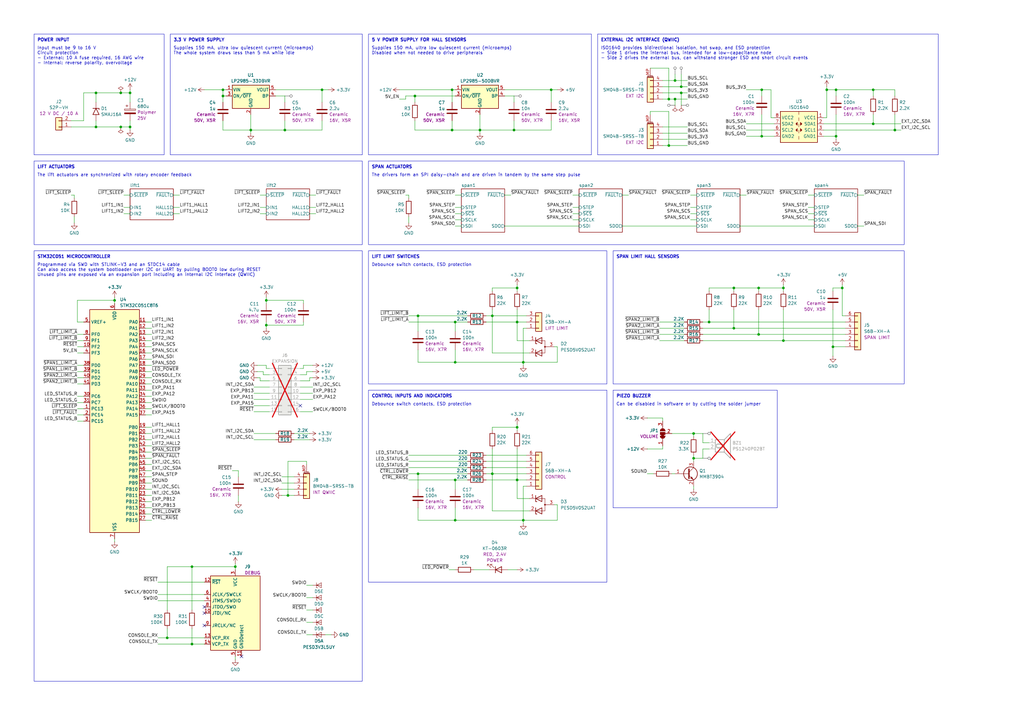
<source format=kicad_sch>
(kicad_sch (version 20250114) (generator "eeschema") (generator_version "9.0")
  (paper "A3")
  (title_block (title "Bed Lift Controller") (date "2026-01") (rev "v1.0") (company "Brown Studios LLC") (comment 1 "github.com/j9brown/bed-lift"))
  (rectangle (start 251.46 102.87) (end 370.84 157.48))
  (rectangle (start 151.13 160.02) (end 248.92 238.76))
  (rectangle (start 13.97 66.04) (end 148.59 100.33))
  (rectangle (start 151.13 13.97) (end 242.57 63.5))
  (rectangle (start 69.85 13.97) (end 148.59 63.5))
  (rectangle (start 13.97 13.97) (end 67.31 63.5))
  (rectangle (start 151.13 102.87) (end 248.92 157.48))
  (rectangle (start 245.11 13.97) (end 384.81 63.5))
  (rectangle (start 13.97 102.87) (end 148.59 279.4))
  (rectangle (start 151.13 66.04) (end 370.84 100.33))
  (rectangle (start 251.46 160.02) (end 318.77 208.28))
  (text "Programmed via SWD with STLINK-V3 and an STDC14 cable\nCan also access the system bootloader over I2C or UART by pulling BOOT0 low during RESET\nUnused pins are exposed via an expansion port including an internal I2C interface (QWIIC)" (at 15.24 107.95 0) (effects (font (size 1.27 1.27) (thickness 0.1588)) (justify left top)))
  (text "Supplies 150 mA, ultra low quiescent current (microamps)\nThe whole system draws less than 5 mA while idle" (at 71.12 19.05 0) (effects (font (size 1.27 1.27)) (justify left top)))
  (text "LIFT LIMIT SWITCHES" (at 152.4 105.41 0) (effects (font (size 1.27 1.27) (thickness 0.254) (bold yes)) (justify left)))
  (text "POWER INPUT" (at 15.24 16.51 0) (effects (font (size 1.27 1.27) (thickness 0.254) (bold yes)) (justify left)))
  (text "5 V POWER SUPPLY FOR HALL SENSORS" (at 152.4 16.51 0) (effects (font (size 1.27 1.27) (thickness 0.254) (bold yes)) (justify left)))
  (text "The lift actuators are synchronized with rotary encoder feedback" (at 15.24 71.12 0) (effects (font (size 1.27 1.27)) (justify left top)))
  (text "SPAN ACTUATORS" (at 152.4 68.58 0) (effects (font (size 1.27 1.27) (thickness 0.254) (bold yes)) (justify left)))
  (text "Can be disabled in software or by cutting the solder jumper" (at 252.73 165.1 0) (effects (font (size 1.27 1.27)) (justify left top)))
  (text "STM32C051 MICROCONTROLLER" (at 15.24 105.41 0) (effects (font (size 1.27 1.27) (thickness 0.254) (bold yes)) (justify left)))
  (text "3.3 V POWER SUPPLY" (at 71.12 16.51 0) (effects (font (size 1.27 1.27) (thickness 0.254) (bold yes)) (justify left)))
  (text "Supplies 150 mA, ultra low quiescent current (microamps)\nDisabled when not needed to drive peripherals" (at 152.4 19.05 0) (effects (font (size 1.27 1.27)) (justify left top)))
  (text "EXTERNAL I2C INTERFACE (QWIIC)" (at 246.38 16.51 0) (effects (font (size 1.27 1.27) (thickness 0.254) (bold yes)) (justify left)))
  (text "SPAN LIMIT HALL SENSORS" (at 252.73 105.41 0) (effects (font (size 1.27 1.27) (thickness 0.254) (bold yes)) (justify left)))
  (text "PIEZO BUZZER" (at 252.73 162.56 0) (effects (font (size 1.27 1.27) (thickness 0.254) (bold yes)) (justify left)))
  (text "The drivers form an SPI daisy-chain and are driven in tandem by the same step pulse" (at 152.4 71.12 0) (effects (font (size 1.27 1.27)) (justify left top)))
  (text "CONTROL INPUTS AND INDICATORS" (at 152.4 162.56 0) (effects (font (size 1.27 1.27) (thickness 0.254) (bold yes)) (justify left)))
  (text "Input must be 9 to 16 V\nCircuit protection\n- External: 10 A fuse required, 16 AWG wire\n- Internal: reverse polarity, overvoltage" (at 15.24 19.05 0) (effects (font (size 1.27 1.27)) (justify left top)))
  (text "ISO1640 provides bidirectional isolation, hot swap, and ESD protection\n- Side 1 drives the internal bus, intended for a low-capacitance node\n- Side 2 drives the external bus, can withstand stronger ESD and short circuit events" (at 246.38 19.05 0) (effects (font (size 1.27 1.27)) (justify left top)))
  (text "LIFT ACTUATORS" (at 15.24 68.58 0) (effects (font (size 1.27 1.27) (thickness 0.254) (bold yes)) (justify left)))
  (text "Debounce switch contacts, ESD protection" (at 152.4 165.1 0) (effects (font (size 1.27 1.27)) (justify left top)))
  (text "Debounce switch contacts, ESD protection" (at 152.4 107.95 0) (effects (font (size 1.27 1.27)) (justify left top)))
  (junction (at 276.86 40.64))
  (junction (at 132.08 36.83))
  (junction (at 186.69 148.59))
  (junction (at 212.09 132.08))
  (junction (at 91.44 39.37))
  (junction (at 341.63 142.24))
  (junction (at 214.63 148.59))
  (junction (at 300.99 134.62))
  (junction (at 39.37 52.07))
  (junction (at 312.42 36.83))
  (junction (at 214.63 213.36))
  (junction (at 78.74 264.16))
  (junction (at 226.06 36.83))
  (junction (at 358.14 50.8))
  (junction (at 311.15 118.11))
  (junction (at 196.85 53.34))
  (junction (at 46.99 123.19))
  (junction (at 96.52 232.41))
  (junction (at 274.32 59.69))
  (junction (at 284.48 177.8))
  (junction (at 212.09 196.85))
  (junction (at 212.09 175.26))
  (junction (at 279.4 38.1))
  (junction (at 118.11 203.2))
  (junction (at 358.14 36.83))
  (junction (at 68.58 261.62))
  (junction (at 284.48 187.96))
  (junction (at 345.44 118.11))
  (junction (at 116.84 53.34))
  (junction (at 109.22 123.19))
  (junction (at 290.83 132.08))
  (junction (at 300.99 118.11))
  (junction (at 186.69 196.85))
  (junction (at 78.74 232.41))
  (junction (at 321.31 118.11))
  (junction (at 186.69 132.08))
  (junction (at 185.42 53.34))
  (junction (at 171.45 129.54))
  (junction (at 49.53 38.1))
  (junction (at 39.37 38.1))
  (junction (at 342.9 36.83))
  (junction (at 186.69 213.36))
  (junction (at 312.42 55.88))
  (junction (at 53.34 52.07))
  (junction (at 210.82 53.34))
  (junction (at 201.93 129.54))
  (junction (at 53.34 38.1))
  (junction (at 311.15 137.16))
  (junction (at 342.9 55.88))
  (junction (at 279.4 35.56))
  (junction (at 339.09 36.83))
  (junction (at 102.87 53.34))
  (junction (at 49.53 52.07))
  (junction (at 367.03 53.34))
  (junction (at 274.32 40.64))
  (junction (at 170.18 39.37))
  (junction (at 185.42 36.83))
  (junction (at 109.22 133.35))
  (junction (at 321.31 139.7))
  (junction (at 91.44 36.83))
  (junction (at 212.09 118.11))
  (junction (at 171.45 194.31))
  (junction (at 201.93 194.31))
  (junction (at 276.86 33.02))
  (no_connect (at 83.82 251.46))
  (no_connect (at 123.19 166.37))
  (no_connect (at 83.82 256.54))
  (no_connect (at 83.82 248.92))
  (no_connect (at 99.06 269.24))
  (wire (pts (xy 31.75 132.08) (xy 34.29 132.08)))
  (wire (pts (xy 132.08 36.83) (xy 132.08 41.91)))
  (wire (pts (xy 116.84 49.53) (xy 116.84 53.34)))
  (wire (pts (xy 59.69 177.8) (xy 62.23 177.8)))
  (wire (pts (xy 106.68 154.94) (xy 106.68 156.21)))
  (wire (pts (xy 271.78 40.64) (xy 274.32 40.64)))
  (wire (pts (xy 274.32 40.64) (xy 276.86 40.64)))
  (wire (pts (xy 270.51 139.7) (xy 280.67 139.7)))
  (wire (pts (xy 210.82 53.34) (xy 226.06 53.34)))
  (wire (pts (xy 212.09 196.85) (xy 212.09 204.47)))
  (wire (pts (xy 106.68 156.21) (xy 110.49 156.21)))
  (wire (pts (xy 271.78 54.61) (xy 281.94 54.61)))
  (wire (pts (xy 207.01 39.37) (xy 210.82 39.37)))
  (wire (pts (xy 212.09 184.15) (xy 212.09 196.85)))
  (wire (pts (xy 59.69 195.58) (xy 62.23 195.58)))
  (wire (pts (xy 185.42 53.34) (xy 196.85 53.34)))
  (wire (pts (xy 91.44 49.53) (xy 91.44 53.34)))
  (wire (pts (xy 271.78 171.45) (xy 271.78 172.72)))
  (wire (pts (xy 31.75 139.7) (xy 34.29 139.7)))
  (wire (pts (xy 59.69 193.04) (xy 62.23 193.04)))
  (wire (pts (xy 59.69 134.62) (xy 62.23 134.62)))
  (wire (pts (xy 59.69 142.24) (xy 62.23 142.24)))
  (wire (pts (xy 105.41 152.4) (xy 107.95 152.4)))
  (wire (pts (xy 270.51 132.08) (xy 280.67 132.08)))
  (wire (pts (xy 113.03 39.37) (xy 116.84 39.37)))
  (wire (pts (xy 358.14 50.8) (xy 369.57 50.8)))
  (wire (pts (xy 337.82 48.26) (xy 339.09 48.26)))
  (wire (pts (xy 59.69 185.42) (xy 62.23 185.42)))
  (wire (pts (xy 208.28 233.68) (xy 212.09 233.68)))
  (wire (pts (xy 46.99 121.92) (xy 46.99 123.19)))
  (wire (pts (xy 339.09 48.26) (xy 339.09 36.83)))
  (wire (pts (xy 39.37 49.53) (xy 39.37 52.07)))
  (wire (pts (xy 212.09 132.08) (xy 215.9 132.08)))
  (wire (pts (xy 125.73 152.4) (xy 128.27 152.4)))
  (wire (pts (xy 279.4 30.48) (xy 279.4 35.56)))
  (wire (pts (xy 104.14 166.37) (xy 110.49 166.37)))
  (wire (pts (xy 167.64 196.85) (xy 186.69 196.85)))
  (wire (pts (xy 59.69 213.36) (xy 62.23 213.36)))
  (wire (pts (xy 59.69 147.32) (xy 62.23 147.32)))
  (wire (pts (xy 255.27 92.71) (xy 285.75 92.71)))
  (wire (pts (xy 351.79 92.71) (xy 354.33 92.71)))
  (wire (pts (xy 68.58 261.62) (xy 83.82 261.62)))
  (wire (pts (xy 321.31 118.11) (xy 311.15 118.11)))
  (wire (pts (xy 186.69 132.08) (xy 186.69 135.89)))
  (wire (pts (xy 31.75 149.86) (xy 34.29 149.86)))
  (wire (pts (xy 228.6 142.24) (xy 228.6 148.59)))
  (wire (pts (xy 186.69 90.17) (xy 189.23 90.17)))
  (wire (pts (xy 31.75 137.16) (xy 34.29 137.16)))
  (wire (pts (xy 266.7 45.72) (xy 274.32 45.72)))
  (wire (pts (xy 170.18 39.37) (xy 170.18 41.91)))
  (wire (pts (xy 78.74 264.16) (xy 83.82 264.16)))
  (wire (pts (xy 201.93 127) (xy 201.93 129.54)))
  (wire (pts (xy 201.93 129.54) (xy 215.9 129.54)))
  (wire (pts (xy 212.09 175.26) (xy 201.93 175.26)))
  (wire (pts (xy 124.46 123.19) (xy 124.46 124.46)))
  (wire (pts (xy 31.75 123.19) (xy 31.75 132.08)))
  (wire (pts (xy 127 85.09) (xy 129.54 85.09)))
  (wire (pts (xy 127 87.63) (xy 129.54 87.63)))
  (wire (pts (xy 300.99 127) (xy 300.99 134.62)))
  (wire (pts (xy 279.4 35.56) (xy 281.94 35.56)))
  (wire (pts (xy 283.21 87.63) (xy 285.75 87.63)))
  (wire (pts (xy 288.29 184.15) (xy 288.29 187.96)))
  (wire (pts (xy 358.14 50.8) (xy 358.14 46.99)))
  (wire (pts (xy 201.93 118.11) (xy 201.93 119.38)))
  (wire (pts (xy 214.63 199.39) (xy 214.63 213.36)))
  (wire (pts (xy 321.31 119.38) (xy 321.31 118.11)))
  (wire (pts (xy 317.5 48.26) (xy 316.23 48.26)))
  (wire (pts (xy 53.34 38.1) (xy 53.34 41.91)))
  (wire (pts (xy 59.69 203.2) (xy 62.23 203.2)))
  (wire (pts (xy 367.03 53.34) (xy 369.57 53.34)))
  (wire (pts (xy 214.63 213.36) (xy 214.63 214.63)))
  (wire (pts (xy 31.75 167.64) (xy 34.29 167.64)))
  (wire (pts (xy 345.44 118.11) (xy 345.44 129.54)))
  (wire (pts (xy 199.39 189.23) (xy 215.9 189.23)))
  (wire (pts (xy 120.65 177.8) (xy 127 177.8)))
  (wire (pts (xy 29.21 80.01) (xy 30.48 80.01)))
  (wire (pts (xy 125.73 153.67) (xy 123.19 153.67)))
  (wire (pts (xy 59.69 149.86) (xy 62.23 149.86)))
  (wire (pts (xy 59.69 160.02) (xy 62.23 160.02)))
  (wire (pts (xy 266.7 27.94) (xy 274.32 27.94)))
  (wire (pts (xy 91.44 39.37) (xy 91.44 41.91)))
  (wire (pts (xy 265.43 194.31) (xy 267.97 194.31)))
  (wire (pts (xy 212.09 118.11) (xy 201.93 118.11)))
  (wire (pts (xy 342.9 46.99) (xy 342.9 55.88)))
  (wire (pts (xy 212.09 118.11) (xy 212.09 119.38)))
  (wire (pts (xy 283.21 90.17) (xy 285.75 90.17)))
  (wire (pts (xy 59.69 190.5) (xy 62.23 190.5)))
  (wire (pts (xy 271.78 33.02) (xy 276.86 33.02)))
  (wire (pts (xy 125.73 255.27) (xy 128.27 255.27)))
  (wire (pts (xy 116.84 53.34) (xy 132.08 53.34)))
  (wire (pts (xy 59.69 200.66) (xy 62.23 200.66)))
  (wire (pts (xy 210.82 49.53) (xy 210.82 53.34)))
  (wire (pts (xy 124.46 149.86) (xy 128.27 149.86)))
  (wire (pts (xy 107.95 152.4) (xy 107.95 153.67)))
  (wire (pts (xy 358.14 36.83) (xy 358.14 39.37)))
  (wire (pts (xy 109.22 121.92) (xy 109.22 123.19)))
  (wire (pts (xy 290.83 132.08) (xy 346.71 132.08)))
  (wire (pts (xy 123.19 163.83) (xy 128.27 163.83)))
  (wire (pts (xy 196.85 46.99) (xy 196.85 53.34)))
  (wire (pts (xy 207.01 80.01) (xy 209.55 80.01)))
  (wire (pts (xy 30.48 80.01) (xy 30.48 81.28)))
  (wire (pts (xy 59.69 210.82) (xy 62.23 210.82)))
  (wire (pts (xy 186.69 196.85) (xy 186.69 200.66)))
  (wire (pts (xy 68.58 257.81) (xy 68.58 261.62)))
  (wire (pts (xy 283.21 80.01) (xy 285.75 80.01)))
  (wire (pts (xy 274.32 27.94) (xy 274.32 40.64)))
  (wire (pts (xy 71.12 87.63) (xy 73.66 87.63)))
  (wire (pts (xy 226.06 36.83) (xy 228.6 36.83)))
  (wire (pts (xy 125.73 250.19) (xy 128.27 250.19)))
  (wire (pts (xy 312.42 36.83) (xy 312.42 39.37)))
  (wire (pts (xy 358.14 36.83) (xy 367.03 36.83)))
  (wire (pts (xy 214.63 134.62) (xy 215.9 134.62)))
  (wire (pts (xy 300.99 134.62) (xy 346.71 134.62)))
  (wire (pts (xy 217.17 144.78) (xy 201.93 144.78)))
  (wire (pts (xy 288.29 134.62) (xy 300.99 134.62)))
  (wire (pts (xy 53.34 38.1) (xy 49.53 38.1)))
  (wire (pts (xy 199.39 129.54) (xy 201.93 129.54)))
  (wire (pts (xy 227.33 142.24) (xy 228.6 142.24)))
  (wire (pts (xy 123.19 158.75) (xy 128.27 158.75)))
  (wire (pts (xy 166.37 39.37) (xy 170.18 39.37)))
  (wire (pts (xy 78.74 232.41) (xy 96.52 232.41)))
  (wire (pts (xy 171.45 148.59) (xy 186.69 148.59)))
  (wire (pts (xy 83.82 36.83) (xy 91.44 36.83)))
  (wire (pts (xy 109.22 132.08) (xy 109.22 133.35)))
  (wire (pts (xy 125.73 240.03) (xy 128.27 240.03)))
  (wire (pts (xy 234.95 85.09) (xy 237.49 85.09)))
  (wire (pts (xy 234.95 87.63) (xy 237.49 87.63)))
  (wire (pts (xy 170.18 49.53) (xy 170.18 53.34)))
  (wire (pts (xy 34.29 38.1) (xy 39.37 38.1)))
  (wire (pts (xy 124.46 151.13) (xy 123.19 151.13)))
  (wire (pts (xy 46.99 123.19) (xy 46.99 124.46)))
  (wire (pts (xy 265.43 184.15) (xy 271.78 184.15)))
  (wire (pts (xy 212.09 127) (xy 212.09 132.08)))
  (wire (pts (xy 59.69 180.34) (xy 62.23 180.34)))
  (wire (pts (xy 186.69 92.71) (xy 189.23 92.71)))
  (wire (pts (xy 288.29 139.7) (xy 321.31 139.7)))
  (wire (pts (xy 351.79 80.01) (xy 354.33 80.01)))
  (wire (pts (xy 115.57 203.2) (xy 118.11 203.2)))
  (wire (pts (xy 186.69 39.37) (xy 170.18 39.37)))
  (wire (pts (xy 228.6 213.36) (xy 214.63 213.36)))
  (wire (pts (xy 255.27 80.01) (xy 257.81 80.01)))
  (wire (pts (xy 227.33 207.01) (xy 228.6 207.01)))
  (wire (pts (xy 271.78 59.69) (xy 274.32 59.69)))
  (wire (pts (xy 127 156.21) (xy 123.19 156.21)))
  (wire (pts (xy 306.07 53.34) (xy 317.5 53.34)))
  (wire (pts (xy 102.87 46.99) (xy 102.87 53.34)))
  (wire (pts (xy 214.63 148.59) (xy 228.6 148.59)))
  (wire (pts (xy 171.45 208.28) (xy 171.45 213.36)))
  (wire (pts (xy 163.83 40.64) (xy 166.37 40.64)))
  (wire (pts (xy 31.75 142.24) (xy 34.29 142.24)))
  (wire (pts (xy 166.37 80.01) (xy 167.64 80.01)))
  (wire (pts (xy 186.69 85.09) (xy 189.23 85.09)))
  (wire (pts (xy 59.69 137.16) (xy 62.23 137.16)))
  (wire (pts (xy 186.69 196.85) (xy 191.77 196.85)))
  (wire (pts (xy 276.86 40.64) (xy 281.94 40.64)))
  (wire (pts (xy 270.51 134.62) (xy 280.67 134.62)))
  (wire (pts (xy 185.42 49.53) (xy 185.42 53.34)))
  (wire (pts (xy 214.63 134.62) (xy 214.63 148.59)))
  (wire (pts (xy 53.34 52.07) (xy 53.34 53.34)))
  (wire (pts (xy 234.95 80.01) (xy 237.49 80.01)))
  (wire (pts (xy 171.45 129.54) (xy 191.77 129.54)))
  (wire (pts (xy 127 154.94) (xy 128.27 154.94)))
  (wire (pts (xy 186.69 213.36) (xy 214.63 213.36)))
  (wire (pts (xy 133.35 260.35) (xy 135.89 260.35)))
  (wire (pts (xy 284.48 177.8) (xy 284.48 179.07)))
  (wire (pts (xy 64.77 243.84) (xy 83.82 243.84)))
  (wire (pts (xy 167.64 191.77) (xy 191.77 191.77)))
  (wire (pts (xy 171.45 194.31) (xy 191.77 194.31)))
  (wire (pts (xy 171.45 194.31) (xy 171.45 200.66)))
  (wire (pts (xy 201.93 194.31) (xy 201.93 184.15)))
  (wire (pts (xy 115.57 195.58) (xy 120.65 195.58)))
  (wire (pts (xy 265.43 171.45) (xy 271.78 171.45)))
  (wire (pts (xy 312.42 46.99) (xy 312.42 55.88)))
  (wire (pts (xy 102.87 53.34) (xy 102.87 54.61)))
  (wire (pts (xy 95.25 193.04) (xy 97.79 193.04)))
  (wire (pts (xy 341.63 119.38) (xy 341.63 118.11)))
  (wire (pts (xy 96.52 232.41) (xy 96.52 233.68)))
  (wire (pts (xy 196.85 53.34) (xy 196.85 54.61)))
  (wire (pts (xy 31.75 170.18) (xy 34.29 170.18)))
  (wire (pts (xy 124.46 133.35) (xy 124.46 132.08)))
  (wire (pts (xy 290.83 118.11) (xy 300.99 118.11)))
  (wire (pts (xy 97.79 203.2) (xy 97.79 205.74)))
  (wire (pts (xy 109.22 149.86) (xy 109.22 151.13)))
  (wire (pts (xy 64.77 264.16) (xy 78.74 264.16)))
  (wire (pts (xy 59.69 175.26) (xy 62.23 175.26)))
  (wire (pts (xy 341.63 127) (xy 341.63 142.24)))
  (wire (pts (xy 186.69 132.08) (xy 191.77 132.08)))
  (wire (pts (xy 31.75 154.94) (xy 34.29 154.94)))
  (wire (pts (xy 68.58 232.41) (xy 78.74 232.41)))
  (wire (pts (xy 337.82 50.8) (xy 358.14 50.8)))
  (wire (pts (xy 59.69 162.56) (xy 62.23 162.56)))
  (wire (pts (xy 186.69 87.63) (xy 189.23 87.63)))
  (wire (pts (xy 274.32 45.72) (xy 274.32 59.69)))
  (wire (pts (xy 125.73 245.11) (xy 128.27 245.11)))
  (wire (pts (xy 312.42 36.83) (xy 316.23 36.83)))
  (wire (pts (xy 288.29 177.8) (xy 288.29 181.61)))
  (wire (pts (xy 271.78 184.15) (xy 271.78 182.88)))
  (wire (pts (xy 118.11 203.2) (xy 120.65 203.2)))
  (wire (pts (xy 50.8 87.63) (xy 53.34 87.63)))
  (wire (pts (xy 29.21 49.53) (xy 34.29 49.53)))
  (wire (pts (xy 109.22 151.13) (xy 110.49 151.13)))
  (wire (pts (xy 106.68 85.09) (xy 109.22 85.09)))
  (wire (pts (xy 170.18 53.34) (xy 185.42 53.34)))
  (wire (pts (xy 214.63 148.59) (xy 214.63 149.86)))
  (wire (pts (xy 201.93 194.31) (xy 201.93 209.55)))
  (wire (pts (xy 288.29 187.96) (xy 284.48 187.96)))
  (wire (pts (xy 91.44 39.37) (xy 92.71 39.37)))
  (wire (pts (xy 30.48 88.9) (xy 30.48 91.44)))
  (wire (pts (xy 185.42 36.83) (xy 186.69 36.83)))
  (wire (pts (xy 127 154.94) (xy 127 156.21)))
  (wire (pts (xy 91.44 53.34) (xy 102.87 53.34)))
  (wire (pts (xy 196.85 53.34) (xy 210.82 53.34)))
  (wire (pts (xy 367.03 46.99) (xy 367.03 53.34)))
  (wire (pts (xy 46.99 220.98) (xy 46.99 222.25)))
  (wire (pts (xy 311.15 137.16) (xy 311.15 127)))
  (wire (pts (xy 290.83 127) (xy 290.83 132.08)))
  (wire (pts (xy 284.48 186.69) (xy 284.48 187.96)))
  (wire (pts (xy 284.48 199.39) (xy 284.48 200.66)))
  (wire (pts (xy 125.73 190.5) (xy 125.73 189.23)))
  (wire (pts (xy 96.52 231.14) (xy 96.52 232.41)))
  (wire (pts (xy 300.99 118.11) (xy 311.15 118.11)))
  (wire (pts (xy 270.51 137.16) (xy 280.67 137.16)))
  (wire (pts (xy 345.44 129.54) (xy 346.71 129.54)))
  (wire (pts (xy 284.48 187.96) (xy 284.48 189.23)))
  (wire (pts (xy 201.93 209.55) (xy 217.17 209.55)))
  (wire (pts (xy 96.52 270.51) (xy 96.52 269.24)))
  (wire (pts (xy 279.4 38.1) (xy 281.94 38.1)))
  (wire (pts (xy 303.53 92.71) (xy 334.01 92.71)))
  (wire (pts (xy 212.09 173.99) (xy 212.09 175.26)))
  (wire (pts (xy 288.29 137.16) (xy 311.15 137.16)))
  (wire (pts (xy 288.29 132.08) (xy 290.83 132.08)))
  (wire (pts (xy 345.44 116.84) (xy 345.44 118.11)))
  (wire (pts (xy 342.9 55.88) (xy 337.82 55.88)))
  (wire (pts (xy 107.95 153.67) (xy 110.49 153.67)))
  (wire (pts (xy 125.73 260.35) (xy 128.27 260.35)))
  (wire (pts (xy 71.12 80.01) (xy 73.66 80.01)))
  (wire (pts (xy 59.69 167.64) (xy 62.23 167.64)))
  (wire (pts (xy 201.93 194.31) (xy 215.9 194.31)))
  (wire (pts (xy 91.44 36.83) (xy 91.44 39.37)))
  (wire (pts (xy 49.53 52.07) (xy 39.37 52.07)))
  (wire (pts (xy 64.77 246.38) (xy 83.82 246.38)))
  (wire (pts (xy 104.14 168.91) (xy 110.49 168.91)))
  (wire (pts (xy 283.21 85.09) (xy 285.75 85.09)))
  (wire (pts (xy 212.09 176.53) (xy 212.09 175.26)))
  (wire (pts (xy 125.73 152.4) (xy 125.73 153.67)))
  (wire (pts (xy 212.09 116.84) (xy 212.09 118.11)))
  (wire (pts (xy 271.78 38.1) (xy 279.4 38.1)))
  (wire (pts (xy 78.74 250.19) (xy 78.74 232.41)))
  (wire (pts (xy 271.78 35.56) (xy 279.4 35.56)))
  (wire (pts (xy 171.45 213.36) (xy 186.69 213.36)))
  (wire (pts (xy 276.86 43.18) (xy 276.86 40.64)))
  (wire (pts (xy 109.22 123.19) (xy 124.46 123.19)))
  (wire (pts (xy 31.75 144.78) (xy 34.29 144.78)))
  (wire (pts (xy 167.64 132.08) (xy 186.69 132.08)))
  (wire (pts (xy 59.69 187.96) (xy 62.23 187.96)))
  (wire (pts (xy 78.74 257.81) (xy 78.74 264.16)))
  (wire (pts (xy 306.07 50.8) (xy 317.5 50.8)))
  (wire (pts (xy 97.79 193.04) (xy 97.79 195.58)))
  (wire (pts (xy 226.06 36.83) (xy 226.06 41.91)))
  (wire (pts (xy 288.29 177.8) (xy 284.48 177.8)))
  (wire (pts (xy 113.03 36.83) (xy 132.08 36.83)))
  (wire (pts (xy 59.69 165.1) (xy 62.23 165.1)))
  (wire (pts (xy 316.23 48.26) (xy 316.23 36.83)))
  (wire (pts (xy 201.93 144.78) (xy 201.93 129.54)))
  (wire (pts (xy 50.8 80.01) (xy 53.34 80.01)))
  (wire (pts (xy 276.86 30.48) (xy 276.86 33.02)))
  (wire (pts (xy 274.32 59.69) (xy 281.94 59.69)))
  (wire (pts (xy 127 80.01) (xy 129.54 80.01)))
  (wire (pts (xy 279.4 38.1) (xy 279.4 43.18)))
  (wire (pts (xy 167.64 88.9) (xy 167.64 91.44)))
  (wire (pts (xy 105.41 149.86) (xy 109.22 149.86)))
  (wire (pts (xy 215.9 199.39) (xy 214.63 199.39)))
  (wire (pts (xy 59.69 144.78) (xy 62.23 144.78)))
  (wire (pts (xy 337.82 53.34) (xy 367.03 53.34)))
  (wire (pts (xy 59.69 152.4) (xy 62.23 152.4)))
  (wire (pts (xy 300.99 119.38) (xy 300.99 118.11)))
  (wire (pts (xy 59.69 170.18) (xy 62.23 170.18)))
  (wire (pts (xy 342.9 36.83) (xy 358.14 36.83)))
  (wire (pts (xy 109.22 133.35) (xy 124.46 133.35)))
  (wire (pts (xy 306.07 36.83) (xy 312.42 36.83)))
  (wire (pts (xy 339.09 36.83) (xy 342.9 36.83)))
  (wire (pts (xy 68.58 250.19) (xy 68.58 232.41)))
  (wire (pts (xy 194.31 233.68) (xy 200.66 233.68)))
  (wire (pts (xy 125.73 189.23) (xy 118.11 189.23)))
  (wire (pts (xy 31.75 157.48) (xy 34.29 157.48)))
  (wire (pts (xy 199.39 186.69) (xy 215.9 186.69)))
  (wire (pts (xy 124.46 149.86) (xy 124.46 151.13)))
  (wire (pts (xy 331.47 80.01) (xy 334.01 80.01)))
  (wire (pts (xy 104.14 163.83) (xy 110.49 163.83)))
  (wire (pts (xy 186.69 208.28) (xy 186.69 213.36)))
  (wire (pts (xy 167.64 129.54) (xy 171.45 129.54)))
  (wire (pts (xy 331.47 87.63) (xy 334.01 87.63)))
  (wire (pts (xy 331.47 85.09) (xy 334.01 85.09)))
  (wire (pts (xy 290.83 184.15) (xy 288.29 184.15)))
  (wire (pts (xy 39.37 38.1) (xy 49.53 38.1)))
  (wire (pts (xy 53.34 36.83) (xy 53.34 38.1)))
  (wire (pts (xy 212.09 204.47) (xy 217.17 204.47)))
  (wire (pts (xy 120.65 180.34) (xy 127 180.34)))
  (wire (pts (xy 228.6 207.01) (xy 228.6 213.36)))
  (wire (pts (xy 185.42 36.83) (xy 185.42 41.91)))
  (wire (pts (xy 303.53 80.01) (xy 306.07 80.01)))
  (wire (pts (xy 167.64 80.01) (xy 167.64 81.28)))
  (wire (pts (xy 234.95 90.17) (xy 237.49 90.17)))
  (wire (pts (xy 306.07 55.88) (xy 312.42 55.88)))
  (wire (pts (xy 201.93 175.26) (xy 201.93 176.53)))
  (wire (pts (xy 166.37 40.64) (xy 166.37 39.37)))
  (wire (pts (xy 53.34 49.53) (xy 53.34 52.07)))
  (wire (pts (xy 59.69 182.88) (xy 62.23 182.88)))
  (wire (pts (xy 341.63 118.11) (xy 345.44 118.11)))
  (wire (pts (xy 104.14 180.34) (xy 113.03 180.34)))
  (wire (pts (xy 171.45 143.51) (xy 171.45 148.59)))
  (wire (pts (xy 91.44 36.83) (xy 92.71 36.83)))
  (wire (pts (xy 53.34 52.07) (xy 49.53 52.07)))
  (wire (pts (xy 39.37 38.1) (xy 39.37 41.91)))
  (wire (pts (xy 342.9 36.83) (xy 342.9 39.37)))
  (wire (pts (xy 321.31 116.84) (xy 321.31 118.11)))
  (wire (pts (xy 132.08 53.34) (xy 132.08 49.53)))
  (wire (pts (xy 123.19 168.91) (xy 128.27 168.91)))
  (wire (pts (xy 312.42 55.88) (xy 317.5 55.88)))
  (wire (pts (xy 217.17 139.7) (xy 212.09 139.7)))
  (wire (pts (xy 186.69 148.59) (xy 214.63 148.59)))
  (wire (pts (xy 184.15 233.68) (xy 186.69 233.68)))
  (wire (pts (xy 31.75 162.56) (xy 34.29 162.56)))
  (wire (pts (xy 31.75 165.1) (xy 34.29 165.1)))
  (wire (pts (xy 226.06 53.34) (xy 226.06 49.53)))
  (wire (pts (xy 118.11 189.23) (xy 118.11 203.2)))
  (wire (pts (xy 290.83 119.38) (xy 290.83 118.11)))
  (wire (pts (xy 275.59 194.31) (xy 276.86 194.31)))
  (wire (pts (xy 106.68 87.63) (xy 109.22 87.63)))
  (wire (pts (xy 104.14 158.75) (xy 110.49 158.75)))
  (wire (pts (xy 31.75 152.4) (xy 34.29 152.4)))
  (wire (pts (xy 106.68 80.01) (xy 109.22 80.01)))
  (wire (pts (xy 71.12 85.09) (xy 73.66 85.09)))
  (wire (pts (xy 102.87 53.34) (xy 116.84 53.34)))
  (wire (pts (xy 171.45 129.54) (xy 171.45 135.89)))
  (wire (pts (xy 321.31 139.7) (xy 346.71 139.7)))
  (wire (pts (xy 59.69 198.12) (xy 62.23 198.12)))
  (wire (pts (xy 207.01 36.83) (xy 226.06 36.83)))
  (wire (pts (xy 104.14 161.29) (xy 110.49 161.29)))
  (wire (pts (xy 207.01 92.71) (xy 237.49 92.71)))
  (wire (pts (xy 109.22 124.46) (xy 109.22 123.19)))
  (wire (pts (xy 167.64 186.69) (xy 191.77 186.69)))
  (wire (pts (xy 59.69 132.08) (xy 62.23 132.08)))
  (wire (pts (xy 64.77 261.62) (xy 68.58 261.62)))
  (wire (pts (xy 341.63 142.24) (xy 346.71 142.24)))
  (wire (pts (xy 116.84 39.37) (xy 116.84 41.91)))
  (wire (pts (xy 34.29 38.1) (xy 34.29 49.53)))
  (wire (pts (xy 276.86 33.02) (xy 281.94 33.02)))
  (wire (pts (xy 59.69 205.74) (xy 62.23 205.74)))
  (wire (pts (xy 29.21 52.07) (xy 39.37 52.07)))
  (wire (pts (xy 115.57 198.12) (xy 120.65 198.12)))
  (wire (pts (xy 199.39 191.77) (xy 215.9 191.77)))
  (wire (pts (xy 321.31 127) (xy 321.31 139.7)))
  (wire (pts (xy 199.39 196.85) (xy 212.09 196.85)))
  (wire (pts (xy 64.77 238.76) (xy 83.82 238.76)))
  (wire (pts (xy 163.83 36.83) (xy 185.42 36.83)))
  (wire (pts (xy 199.39 194.31) (xy 201.93 194.31)))
  (wire (pts (xy 59.69 154.94) (xy 62.23 154.94)))
  (wire (pts (xy 167.64 189.23) (xy 191.77 189.23)))
  (wire (pts (xy 367.03 36.83) (xy 367.03 39.37)))
  (wire (pts (xy 281.94 57.15) (xy 271.78 57.15)))
  (wire (pts (xy 59.69 208.28) (xy 62.23 208.28)))
  (wire (pts (xy 212.09 139.7) (xy 212.09 132.08)))
  (wire (pts (xy 311.15 137.16) (xy 346.71 137.16)))
  (wire (pts (xy 266.7 46.99) (xy 266.7 45.72)))
  (wire (pts (xy 339.09 35.56) (xy 339.09 36.83)))
  (wire (pts (xy 109.22 133.35) (xy 109.22 134.62)))
  (wire (pts (xy 104.14 177.8) (xy 113.03 177.8)))
  (wire (pts (xy 210.82 39.37) (xy 210.82 41.91)))
  (wire (pts (xy 290.83 181.61) (xy 288.29 181.61)))
  (wire (pts (xy 105.41 154.94) (xy 106.68 154.94)))
  (wire (pts (xy 59.69 157.48) (xy 62.23 157.48)))
  (wire (pts (xy 115.57 200.66) (xy 120.65 200.66)))
  (wire (pts (xy 31.75 172.72) (xy 34.29 172.72)))
  (wire (pts (xy 212.09 196.85) (xy 215.9 196.85)))
  (wire (pts (xy 123.19 161.29) (xy 128.27 161.29)))
  (wire (pts (xy 132.08 36.83) (xy 134.62 36.83)))
  (wire (pts (xy 342.9 55.88) (xy 342.9 57.15)))
  (wire (pts (xy 331.47 90.17) (xy 334.01 90.17)))
  (wire (pts (xy 199.39 132.08) (xy 212.09 132.08)))
  (wire (pts (xy 341.63 142.24) (xy 341.63 146.05)))
  (wire (pts (xy 271.78 52.07) (xy 281.94 52.07)))
  (wire (pts (xy 46.99 123.19) (xy 31.75 123.19)))
  (wire (pts (xy 186.69 80.01) (xy 189.23 80.01)))
  (wire (pts (xy 311.15 118.11) (xy 311.15 119.38)))
  (wire (pts (xy 275.59 177.8) (xy 284.48 177.8)))
  (wire (pts (xy 167.64 194.31) (xy 171.45 194.31)))
  (wire (pts (xy 50.8 85.09) (xy 53.34 85.09)))
  (wire (pts (xy 59.69 139.7) (xy 62.23 139.7)))
  (wire (pts (xy 186.69 143.51) (xy 186.69 148.59)))
  (label "~{RESET}" (at 31.75 142.24 180))
  (label "~{SPAN1_LIMIT_A}" (at 31.75 149.86 180))
  (label "SPAN_SCLK" (at 62.23 144.78 0))
  (label "~{SPAN2_LIMIT_A}" (at 31.75 154.94 180))
  (label "BUS_SCL" (at 281.94 52.07 0))
  (label "~{LIFT_LIMIT_B}" (at 167.64 129.54 180))
  (label "EXP_PA15" (at 104.14 166.37 180))
  (label "~{SPAN2_LIMIT_B}" (at 270.51 132.08 180))
  (label "SWDIO" (at 125.73 240.03 180))
  (label "CONSOLE_TX" (at 125.73 260.35 180))
  (label "LIFT1_HALL2" (at 73.66 87.63 0))
  (label "LIFT1_HALL1" (at 62.23 175.26 0))
  (label "~{SPAN_FAULT}" (at 62.23 187.96 0))
  (label "~{LIFT_LIMIT_A}" (at 167.64 132.08 180))
  (label "~{CTRL_LOWER}" (at 167.64 194.31 180))
  (label "LIFT2_IN2" (at 106.68 87.63 180))
  (label "LIFT2_HALL2" (at 62.23 182.88 0))
  (label "SPAN_SCS" (at 331.47 87.63 180))
  (label "~{LIFT_FAULT}" (at 73.66 80.01 0))
  (label "SPAN_SDO" (at 186.69 92.71 180))
  (label "INT_I2C_SDA" (at 62.23 203.2 0))
  (label "CONSOLE_TX" (at 64.77 264.16 180))
  (label "LIFT1_IN1" (at 62.23 132.08 0))
  (label "LIFT2_HALL1" (at 129.54 85.09 0))
  (label "LED_STATUS_R" (at 31.75 162.56 180))
  (label "~{LED_POWER}" (at 62.23 152.4 0))
  (label "LIFT2_IN2" (at 62.23 139.7 0))
  (label "SOUND" (at 265.43 194.31 180))
  (label "BUS_SDA" (at 306.07 50.8 180))
  (label "LIFT1_IN2" (at 62.23 134.62 0))
  (label "EXT_I2C_SDA" (at 62.23 193.04 0))
  (label "LIFT2_HALL1" (at 62.23 180.34 0))
  (label "SPAN_STEP" (at 283.21 85.09 180))
  (label "INT_I2C_SCL" (at 104.14 180.34 180))
  (label "EXT_I2C_SDA" (at 369.57 50.8 0))
  (label "EXP_PB13" (at 62.23 208.28 0))
  (label "~{LIFT_SLEEP}" (at 106.68 80.01 180))
  (label "SPAN_SCS" (at 283.21 87.63 180))
  (label "EXP_PA11" (at 62.23 160.02 0))
  (label "INT_I2C_SDA" (at 115.57 198.12 180))
  (label "CONSOLE_RX" (at 64.77 261.62 180))
  (label "~{RESET}" (at 125.73 250.19 180))
  (label "EXP_PB12" (at 128.27 161.29 0))
  (label "LIFT1_IN2" (at 50.8 87.63 180))
  (label "SPAN_STEP" (at 234.95 85.09 180))
  (label "LED_STATUS_R" (at 167.64 191.77 180))
  (label "~{CTRL_RAISE}" (at 167.64 196.85 180))
  (label "~{CTRL_RAISE}" (at 62.23 213.36 0))
  (label "SPAN_SDI" (at 62.23 147.32 0))
  (label "5V_EN" (at 163.83 40.64 180))
  (label "SWDIO" (at 62.23 165.1 0))
  (label "~{SPAN2_LIMIT_A}" (at 270.51 134.62 180))
  (label "SPAN_SCLK" (at 331.47 90.17 180))
  (label "SWCLK{slash}BOOT0" (at 64.77 243.84 180))
  (label "EXP_PA11" (at 104.14 163.83 180))
  (label "SPAN_STEP" (at 186.69 85.09 180))
  (label "BUS_GND" (at 281.94 40.64 0))
  (label "BUS_SDA" (at 281.94 35.56 0))
  (label "~{LIFT_SLEEP}" (at 50.8 80.01 180))
  (label "SOUND" (at 62.23 198.12 0))
  (label "LIFT1_HALL1" (at 73.66 85.09 0))
  (label "LED_STATUS_G" (at 167.64 189.23 180))
  (label "~{RESET}" (at 104.14 168.91 180))
  (label "~{SPAN_SLEEP}" (at 331.47 80.01 180))
  (label "~{LIFT_LIMIT_B}" (at 31.75 139.7 180))
  (label "~{CTRL_LOWER}" (at 62.23 210.82 0))
  (label "~{SPAN_FAULT}" (at 354.33 80.01 0))
  (label "~{SPAN1_LIMIT_B}" (at 31.75 152.4 180))
  (label "EXP_PA12" (at 128.27 163.83 0))
  (label "CONSOLE_RX" (at 125.73 255.27 180))
  (label "CONSOLE_TX" (at 62.23 154.94 0))
  (label "LED_STATUS_G" (at 31.75 165.1 180))
  (label "~{SPAN_SLEEP}" (at 62.23 185.42 0))
  (label "LIFT2_IN1" (at 106.68 85.09 180))
  (label "LIFT1_HALL2" (at 62.23 177.8 0))
  (label "~{SPAN_SLEEP}" (at 186.69 80.01 180))
  (label "BUS_3V3" (at 281.94 57.15 0))
  (label "BUS_3V3" (at 306.07 36.83 180))
  (label "EXT_I2C_SCL" (at 369.57 53.34 0))
  (label "SPAN_SCS" (at 62.23 142.24 0))
  (label "BUS_3V3" (at 281.94 38.1 0))
  (label "~{SPAN_FAULT}" (at 306.07 80.01 0))
  (label "~{SPAN_SLEEP}" (at 234.95 80.01 180))
  (label "SPAN_SCS" (at 186.69 87.63 180))
  (label "EXP_PB12" (at 62.23 205.74 0))
  (label "~{LIFT_SLEEP}" (at 29.21 80.01 180))
  (label "SPAN_SCLK" (at 283.21 90.17 180))
  (label "EXP_PB13" (at 104.14 161.29 180))
  (label "5V_EN" (at 31.75 144.78 180))
  (label "~{LIFT_FAULT}" (at 31.75 170.18 180))
  (label "~{LIFT_FAULT}" (at 129.54 80.01 0))
  (label "~{LED_POWER}" (at 184.15 233.68 180))
  (label "INT_I2C_SCL" (at 128.27 158.75 0))
  (label "SPAN_SCLK" (at 186.69 90.17 180))
  (label "SPAN_SDI" (at 354.33 92.71 0))
  (label "~{SPAN1_LIMIT_A}" (at 270.51 139.7 180))
  (label "SWCLK{slash}BOOT0" (at 128.27 168.91 0))
  (label "EXP_PA15" (at 62.23 170.18 0))
  (label "SPAN_SCS" (at 234.95 87.63 180))
  (label "SPAN_STEP" (at 62.23 195.58 0))
  (label "~{SPAN_FAULT}" (at 257.81 80.01 0))
  (label "INT_I2C_SDA" (at 104.14 177.8 180))
  (label "SPAN_SCLK" (at 234.95 90.17 180))
  (label "EXP_PA12" (at 62.23 162.56 0))
  (label "LIFT2_IN1" (at 62.23 137.16 0))
  (label "BUS_GND" (at 306.07 55.88 180))
  (label "~{RESET}" (at 95.25 193.04 180))
  (label "INT_I2C_SCL" (at 62.23 200.66 0))
  (label "BUS_SCL" (at 281.94 33.02 0))
  (label "LED_STATUS_B" (at 31.75 172.72 180))
  (label "~{SPAN1_LIMIT_B}" (at 270.51 137.16 180))
  (label "EXT_I2C_SCL" (at 62.23 190.5 0))
  (label "~{SPAN_FAULT}" (at 209.55 80.01 0))
  (label "BUS_SDA" (at 281.94 54.61 0))
  (label "BUS_SCL" (at 306.07 53.34 180))
  (label "~{SPAN_SLEEP}" (at 283.21 80.01 180))
  (label "SWCLK{slash}BOOT0" (at 62.23 167.64 0))
  (label "BUS_GND" (at 281.94 59.69 0))
  (label "SWCLK{slash}BOOT0" (at 125.73 245.11 180))
  (label "~{SPAN_SLEEP}" (at 166.37 80.01 180))
  (label "~{LIFT_SLEEP}" (at 31.75 167.64 180))
  (label "LED_STATUS_B" (at 167.64 186.69 180))
  (label "~{LIFT_LIMIT_A}" (at 31.75 137.16 180))
  (label "LIFT1_IN1" (at 50.8 85.09 180))
  (label "SPAN_SDO" (at 62.23 149.86 0))
  (label "INT_I2C_SCL" (at 115.57 195.58 180))
  (label "SPAN_STEP" (at 331.47 85.09 180))
  (label "SWDIO" (at 64.77 246.38 180))
  (label "~{RESET}" (at 64.77 238.76 180))
  (label "LIFT2_HALL2" (at 129.54 87.63 0))
  (label "CONSOLE_RX" (at 62.23 157.48 0))
  (label "~{SPAN2_LIMIT_B}" (at 31.75 157.48 180))
  (label "INT_I2C_SDA" (at 104.14 158.75 180))
  (netclass_flag "" (length 2.54) (shape round) (at 288.29 177.8 270) (property "Netclass" "Power" (effects (hide yes))))
  (netclass_flag "" (length 2.54) (shape round) (at 116.84 39.37 270) (property "Netclass" "Power" (effects (hide yes))))
  (netclass_flag "" (length 2.54) (shape round) (at 276.86 43.18 90) (property "Netclass" "EXT I2C Isolation" (effects (hide yes))))
  (netclass_flag "" (length 2.54) (shape round) (at 279.4 43.18 270) (property "Netclass" "EXT I2C Isolation" (effects (hide yes))))
  (netclass_flag "" (length 2.54) (shape round) (at 276.86 30.48 0) (property "Netclass" "EXT I2C Isolation" (effects (hide yes))))
  (netclass_flag "" (length 2.54) (shape round) (at 288.29 187.96 270) (property "Netclass" "Power" (effects (hide yes))))
  (netclass_flag "" (length 2.54) (shape round) (at 210.82 39.37 270) (property "Netclass" "Power" (effects (hide yes))))
  (netclass_flag "" (length 2.54) (shape round) (at 279.4 30.48 0) (property "Netclass" "EXT I2C Isolation" (effects (hide yes))))
  (symbol (lib_id "Device:Speaker_Crystal") (at 295.91 181.61 0) (unit 1) (in_bom no) (dnp yes)
    (property "Reference" "BZ1" (at 300.355 181.6678 0) (effects (justify left)))
    (property "Value" "PS1240P02BT" (at 300.355 184.0921 0) (effects (justify left)))
    (property "Footprint" "Buzzer_Beeper:Buzzer_TDK_PS1240P02BT_D12.2mm_H6.5mm" (effects (hide yes)))
    (property "Datasheet" "https://product.tdk.com/en/system/files/dam/doc/product/sw_piezo/sw_piezo/piezo-buzzer/catalog/piezoelectronic_buzzer_ps_en.pdf" (effects (hide yes)))
    (property "Description" "Piezo buzzer" (effects (hide yes)))
    (property "LCSC" "C76871" (effects (hide yes)))
  )
  (symbol (lib_id "power:+12V") (at 163.83 36.83 90) (unit 1)
    (property "Reference" "#PWR05" (effects (hide yes)))
    (property "Value" "+12V" (at 160.655 36.83 90) (effects (justify left)))
    (property "Description" "Power symbol creates a global label with name \"+12V\"" (effects (hide yes)))
  )
  (symbol (lib_id "Device:C") (at 171.45 204.47 0) (unit 1)
    (property "Reference" "C16" (at 174.371 200.8335 0) (effects (justify left)))
    (property "Value" "100n" (at 174.371 203.2578 0) (effects (justify left)))
    (property "Footprint" "Capacitor_SMD:C_0402_1005Metric" (effects (hide yes)))
    (property "Description" "Unpolarized capacitor" (effects (hide yes)))
    (property "Type" "Ceramic" (at 174.371 205.6821 0) (effects (justify left)))
    (property "Rating" "16V, X7R" (at 174.371 208.1064 0) (effects (justify left)))
    (property "LCSC" "C1525" (effects (hide yes)))
  )
  (symbol (lib_id "Device:R") (at 195.58 186.69 90) (mirror x) (unit 1)
    (property "Reference" "R23" (at 195.58 186.69 90))
    (property "Value" "220" (at 191.77 185.42 90) (effects (justify left)))
    (property "Footprint" "Resistor_SMD:R_0402_1005Metric" (effects (hide yes)))
    (property "Description" "Resistor" (effects (hide yes)))
    (property "LCSC" "C25091" (effects (hide yes)))
  )
  (symbol (lib_id "Device:C") (at 210.82 45.72 180) (unit 1)
    (property "Reference" "C8" (at 213.741 42.0835 0) (effects (justify right)))
    (property "Value" "10n" (at 213.741 44.5078 0) (effects (justify right)))
    (property "Footprint" "Capacitor_SMD:C_0402_1005Metric" (effects (hide yes)))
    (property "Description" "Unpolarized capacitor" (effects (hide yes)))
    (property "Type" "Ceramic" (at 213.741 46.9321 0) (effects (justify right)))
    (property "Rating" "50V, X7R" (at 213.741 49.3564 0) (effects (justify right)))
    (property "LCSC" "C15195" (effects (hide yes)))
  )
  (symbol (lib_id "Device:R") (at 321.31 123.19 0) (unit 1)
    (property "Reference" "R11" (at 323.088 121.9778 0) (effects (justify left)))
    (property "Value" "22K" (at 323.088 124.4021 0) (effects (justify left)))
    (property "Footprint" "Resistor_SMD:R_0402_1005Metric" (effects (hide yes)))
    (property "Description" "Resistor" (effects (hide yes)))
    (property "LCSC" "C25768" (effects (hide yes)))
  )
  (symbol (lib_id "power:GND") (at 53.34 53.34 0) (unit 1)
    (property "Reference" "#PWR07" (effects (hide yes)))
    (property "Value" "GND" (at 53.34 57.4731 0))
    (property "Description" "Power symbol creates a global label with name \"GND\" , ground" (effects (hide yes)))
  )
  (symbol (lib_id "power:GND") (at 30.48 91.44 0) (unit 1)
    (property "Reference" "#PWR011" (effects (hide yes)))
    (property "Value" "GND" (at 30.48 95.5731 0))
    (property "Description" "Power symbol creates a global label with name \"GND\" , ground" (effects (hide yes)))
  )
  (symbol (lib_id "Jumper:SolderJumper_3_Bridged12") (at 271.78 177.8 90) (unit 1) (in_bom no)
    (property "Reference" "JP1" (at 270.1291 176.5878 90) (effects (justify left)))
    (property "Value" "SolderJumper_3_Bridged12" (effects (hide yes)))
    (property "Footprint" "Jumper:SolderJumper-3_P1.3mm_Bridged12_RoundedPad1.0x1.5mm" (effects (hide yes)))
    (property "Description" "3-pole Solder Jumper, pins 1+2 closed/bridged" (effects (hide yes)))
    (property "Label" "VOLUME" (at 270.1291 179.0121 90) (effects (justify left)))
  )
  (symbol (lib_id "Device:C") (at 171.45 139.7 0) (unit 1)
    (property "Reference" "C13" (at 174.371 136.0635 0) (effects (justify left)))
    (property "Value" "100n" (at 174.371 138.4878 0) (effects (justify left)))
    (property "Footprint" "Capacitor_SMD:C_0402_1005Metric" (effects (hide yes)))
    (property "Description" "Unpolarized capacitor" (effects (hide yes)))
    (property "Type" "Ceramic" (at 174.371 140.9121 0) (effects (justify left)))
    (property "Rating" "16V, X7R" (at 174.371 143.3364 0) (effects (justify left)))
    (property "LCSC" "C1525" (effects (hide yes)))
  )
  (symbol (lib_id "power:+3.3V") (at 109.22 121.92 0) (unit 1)
    (property "Reference" "#PWR017" (effects (hide yes)))
    (property "Value" "+3.3V" (at 109.22 117.7869 0))
    (property "Description" "Power symbol creates a global label with name \"+3.3V\"" (effects (hide yes)))
  )
  (symbol (lib_id "power:+3.3V") (at 212.09 116.84 0) (unit 1)
    (property "Reference" "#PWR013" (effects (hide yes)))
    (property "Value" "+3.3V" (at 212.09 112.7069 0))
    (property "Description" "Power symbol creates a global label with name \"+3.3V\"" (effects (hide yes)))
  )
  (symbol (lib_id "Power_Protection:PESD3V3L5UY") (at 130.81 260.35 0) (unit 1)
    (property "Reference" "D5" (at 130.81 262.89 0))
    (property "Value" "PESD3V3L5UY" (at 130.81 265.43 0))
    (property "Footprint" "Package_TO_SOT_SMD:SOT-363_SC-70-6" (effects (hide yes)))
    (property "Datasheet" "https://assets.nexperia.com/documents/data-sheet/PESDXL5UF_V_Y.pdf" (effects (hide yes)))
    (property "Description" "Low capacitance unidirectional fivefold ESD protection diode array, 3.3V, Common Anode, SOT-363" (effects (hide yes)))
    (property "LCSC" "C3021133" (effects (hide yes)))
    (property "LCSC_Alternative" "C456091" (effects (hide yes)))
  )
  (symbol (lib_id "Connector_Generic_MountingPin:Conn_01x04_MountingPin") (at 266.7 38.1 180) (unit 1)
    (property "Reference" "J1" (at 264.16 34.29 0) (effects (justify left)))
    (property "Value" "SM04B-SRSS-TB" (at 264.16 36.83 0) (effects (justify left)))
    (property "Footprint" "Connector_JST:JST_SH_SM04B-SRSS-TB_1x04-1MP_P1.00mm_Horizontal" (effects (hide yes)))
    (property "Description" "Generic connectable mounting pin connector, single row, 01x04, script generated (kicad-library-utils/schlib/autogen/connector/)" (effects (hide yes)))
    (property "Label" "EXT I2C" (at 264.16 39.37 0) (effects (justify left)))
    (property "LCSC" "C160404" (effects (hide yes)))
    (property "Alternative" " GT-A1002WRS-104SBT01" (effects (hide yes)))
    (property "LCSC_Alternative" "C41431904" (effects (hide yes)))
  )
  (symbol (lib_id "Device:C_Polarized") (at 53.34 45.72 0) (unit 1)
    (property "Reference" "C3" (at 56.261 41.1945 0) (effects (justify left)))
    (property "Value" "680u" (at 56.261 43.6188 0) (effects (justify left)))
    (property "Footprint" "Capacitor_THT:CP_Radial_D8.0mm_P3.50mm" (effects (hide yes)))
    (property "Description" "Polarized capacitor" (effects (hide yes)))
    (property "Type" "Polymer" (at 56.261 46.0431 0) (effects (justify left)))
    (property "Rating" "25V" (at 56.261 48.4674 0) (effects (justify left)))
    (property "LCSC" "C5243855" (effects (hide yes)))
    (property "Alternative" "A750KW687M1EAAE016" (effects (hide yes)))
  )
  (symbol (lib_id "Device:C") (at 186.69 204.47 0) (unit 1)
    (property "Reference" "C17" (at 189.611 200.8335 0) (effects (justify left)))
    (property "Value" "100n" (at 189.611 203.2578 0) (effects (justify left)))
    (property "Footprint" "Capacitor_SMD:C_0402_1005Metric" (effects (hide yes)))
    (property "Description" "Unpolarized capacitor" (effects (hide yes)))
    (property "Type" "Ceramic" (at 189.611 205.6821 0) (effects (justify left)))
    (property "Rating" "16V, X7R" (at 189.611 208.1064 0) (effects (justify left)))
    (property "LCSC" "C1525" (effects (hide yes)))
  )
  (symbol (lib_id "Device:R") (at 170.18 45.72 0) (unit 1)
    (property "Reference" "R3" (at 168.402 44.5078 0) (effects (justify right)))
    (property "Value" "10K" (at 168.402 46.9321 0) (effects (justify right)))
    (property "Footprint" "Resistor_SMD:R_0402_1005Metric" (effects (hide yes)))
    (property "Description" "Resistor" (effects (hide yes)))
    (property "LCSC" "C25744" (effects (hide yes)))
  )
  (symbol (lib_id "power:PWR_FLAG") (at 49.53 52.07 180) (unit 1)
    (property "Reference" "#FLG04" (effects (hide yes)))
    (property "Value" "PWR_FLAG" (effects (hide yes)))
    (property "Description" "Special symbol for telling ERC where power comes from" (effects (hide yes)))
  )
  (symbol (lib_id "Device:R") (at 284.48 137.16 90) (mirror x) (unit 1)
    (property "Reference" "R16" (at 284.48 137.16 90))
    (property "Value" "2.2K" (at 280.67 135.89 90) (effects (justify left)))
    (property "Footprint" "Resistor_SMD:R_0402_1005Metric" (effects (hide yes)))
    (property "Description" "Resistor" (effects (hide yes)))
    (property "LCSC" "C25879" (effects (hide yes)))
  )
  (symbol (lib_id "power:+5V") (at 128.27 152.4 270) (unit 1)
    (property "Reference" "#PWR024" (effects (hide yes)))
    (property "Value" "+5V" (at 131.445 152.4 90) (effects (justify left)))
    (property "Description" "Power symbol creates a global label with name \"+5V\"" (effects (hide yes)))
  )
  (symbol (lib_id "Device:C") (at 226.06 45.72 180) (unit 1)
    (property "Reference" "C9" (at 228.981 42.0835 0) (effects (justify right)))
    (property "Value" "2.2u" (at 228.981 44.5078 0) (effects (justify right)))
    (property "Footprint" "Capacitor_SMD:C_0603_1608Metric" (effects (hide yes)))
    (property "Description" "Unpolarized capacitor" (effects (hide yes)))
    (property "Type" "Ceramic" (at 228.981 46.9321 0) (effects (justify right)))
    (property "Rating" "16V, X5R" (at 228.981 49.3564 0) (effects (justify right)))
    (property "LCSC" "C23630" (effects (hide yes)))
  )
  (symbol (lib_id "power:GND") (at 214.63 214.63 0) (unit 1)
    (property "Reference" "#PWR036" (effects (hide yes)))
    (property "Value" "GND" (at 214.63 218.7631 0))
    (property "Description" "Power symbol creates a global label with name \"GND\" , ground" (effects (hide yes)))
  )
  (symbol (lib_id "Connector_Generic:Conn_01x02") (at 24.13 52.07 180) (unit 1)
    (property "Reference" "J2" (at 24.13 41.6913 0))
    (property "Value" "S2P-VH" (at 24.13 44.1156 0))
    (property "Footprint" "Connector_JST:JST_VH_S2P-VH_1x02_P3.96mm_Horizontal" (effects (hide yes)))
    (property "Datasheet" "https://mm.digikey.com/Volume0/opasdata/d220001/medias/docus/4886/eVH.doc.pdf" (effects (hide yes)))
    (property "Description" "Generic connector, single row, 01x02, script generated (kicad-library-utils/schlib/autogen/connector/)" (effects (hide yes)))
    (property "Label" "12 V DC / 10 A" (at 24.13 46.5399 0))
    (property "LCSC" "C160355" (effects (hide yes)))
    (property "FT Rotation Offset" "180" (effects (hide yes)))
  )
  (symbol (lib_id "Device:R") (at 195.58 129.54 90) (unit 1)
    (property "Reference" "R12" (at 195.58 129.54 90))
    (property "Value" "2.2K" (at 191.77 128.27 90) (effects (justify left)))
    (property "Footprint" "Resistor_SMD:R_0402_1005Metric" (effects (hide yes)))
    (property "Description" "Resistor" (effects (hide yes)))
    (property "LCSC" "C25879" (effects (hide yes)))
  )
  (symbol (lib_id "power:PWR_FLAG") (at 49.53 38.1 0) (unit 1)
    (property "Reference" "#FLG01" (effects (hide yes)))
    (property "Value" "PWR_FLAG" (effects (hide yes)))
    (property "Description" "Special symbol for telling ERC where power comes from" (effects (hide yes)))
  )
  (symbol (lib_id "power:GND") (at 46.99 222.25 0) (mirror y) (unit 1)
    (property "Reference" "#PWR037" (effects (hide yes)))
    (property "Value" "GND" (at 46.99 226.3831 0))
    (property "Description" "Power symbol creates a global label with name \"GND\" , ground" (effects (hide yes)))
  )
  (symbol (lib_id "Device:R") (at 290.83 123.19 0) (unit 1)
    (property "Reference" "R8" (at 292.608 121.9778 0) (effects (justify left)))
    (property "Value" "22K" (at 292.608 124.4021 0) (effects (justify left)))
    (property "Footprint" "Resistor_SMD:R_0402_1005Metric" (effects (hide yes)))
    (property "Description" "Resistor" (effects (hide yes)))
    (property "LCSC" "C25768" (effects (hide yes)))
  )
  (symbol (lib_id "MCU_ST_STM32C0:STM32C031C6Tx") (at 46.99 172.72 0) (unit 1)
    (property "Reference" "U4" (at 49.1333 122.8555 0) (effects (justify left)))
    (property "Value" "STM32C051C8T6" (at 49.1333 125.2798 0) (effects (justify left)))
    (property "Footprint" "Package_QFP:LQFP-48_7x7mm_P0.5mm" (effects (hide yes)))
    (property "Datasheet" "https://www.st.com/resource/en/datasheet/stm32c051c8.pdf" (effects (hide yes)))
    (property "Description" "STMicroelectronics Arm Cortex-M0+ MCU, 64KB flash, 12KB RAM, 48 MHz, 2.0-3.6V, 45 GPIO, LQFP48" (effects (hide yes)))
    (property "LCSC" "C45870050" (effects (hide yes)))
  )
  (symbol (lib_id "Device:R") (at 190.5 233.68 270) (unit 1)
    (property "Reference" "R29" (at 190.5 228.5195 90))
    (property "Value" "1K" (at 190.5 230.9438 90))
    (property "Footprint" "Resistor_SMD:R_0402_1005Metric" (effects (hide yes)))
    (property "Description" "Resistor" (effects (hide yes)))
    (property "LCSC" "C11702" (effects (hide yes)))
  )
  (symbol (lib_id "Connector:Conn_ST_STDC14") (at 96.52 251.46 0) (mirror y) (unit 1)
    (property "Reference" "J9" (at 100.33 232.41 0) (effects (justify right)))
    (property "Value" "Conn_ST_STDC14" (effects (hide yes)))
    (property "Footprint" "Samtec:SAMTEC_FTSH-107-01-L-DV-K-A" (effects (hide yes)))
    (property "Datasheet" "https://www.st.com/content/ccc/resource/technical/document/user_manual/group1/99/49/91/b6/b2/3a/46/e5/DM00526767/files/DM00526767.pdf/jcr:content/translations/en.DM00526767.pdf" (effects (hide yes)))
    (property "Description" "ST Debug Connector, standard ARM Cortex-M SWD and JTAG interface plus UART" (effects (hide yes)))
    (property "Label" "DEBUG" (at 100.33 234.95 0) (effects (justify right)))
    (property "LCSC" "C5563894" (effects (hide yes)))
  )
  (symbol (lib_id "power:GND") (at 105.41 152.4 270) (unit 1)
    (property "Reference" "#PWR023" (effects (hide yes)))
    (property "Value" "GND" (at 102.2351 152.4 90) (effects (justify right)))
    (property "Description" "Power symbol creates a global label with name \"GND\" , ground" (effects (hide yes)))
  )
  (symbol (lib_id "power:GND") (at 196.85 54.61 0) (unit 1)
    (property "Reference" "#PWR09" (effects (hide yes)))
    (property "Value" "GND" (at 196.85 58.7431 0))
    (property "Description" "Power symbol creates a global label with name \"GND\" , ground" (effects (hide yes)))
  )
  (symbol (lib_id "Device:R") (at 367.03 43.18 0) (unit 1)
    (property "Reference" "R2" (at 368.808 41.9678 0) (effects (justify left)))
    (property "Value" "2.2K" (at 368.808 44.3921 0) (effects (justify left)))
    (property "Footprint" "Resistor_SMD:R_0402_1005Metric" (effects (hide yes)))
    (property "Description" "Resistor" (effects (hide yes)))
    (property "LCSC" "C25879" (effects (hide yes)))
  )
  (symbol (lib_id "Power_Protection:PESD3V3L5UY") (at 130.81 240.03 0) (unit 5)
    (property "Reference" "D5" (at 130.81 242.57 0))
    (property "Value" "PESD3V3L5UY" (effects (hide yes)))
    (property "Footprint" "Package_TO_SOT_SMD:SOT-363_SC-70-6" (effects (hide yes)))
    (property "Datasheet" "https://assets.nexperia.com/documents/data-sheet/PESDXL5UF_V_Y.pdf" (effects (hide yes)))
    (property "Description" "Low capacitance unidirectional fivefold ESD protection diode array, 3.3V, Common Anode, SOT-363" (effects (hide yes)))
    (property "LCSC" "C3021133" (effects (hide yes)))
    (property "LCSC_Alternative" "C456091" (effects (hide yes)))
  )
  (symbol (lib_id "Device:R") (at 116.84 180.34 90) (unit 1)
    (property "Reference" "R19" (at 116.84 180.34 90))
    (property "Value" "2.2K" (at 121.92 179.07 90) (effects (justify right)))
    (property "Footprint" "Resistor_SMD:R_0402_1005Metric" (effects (hide yes)))
    (property "Description" "Resistor" (effects (hide yes)))
    (property "LCSC" "C25879" (effects (hide yes)))
  )
  (symbol (lib_id "power:GND") (at 167.64 91.44 0) (unit 1)
    (property "Reference" "#PWR012" (effects (hide yes)))
    (property "Value" "GND" (at 167.64 95.5731 0))
    (property "Description" "Power symbol creates a global label with name \"GND\" , ground" (effects (hide yes)))
  )
  (symbol (lib_id "Transistor_BJT:MMBT3904") (at 281.94 194.31 0) (unit 1)
    (property "Reference" "Q1" (at 286.7914 193.0978 0) (effects (justify left)))
    (property "Value" "MMBT3904" (at 286.7914 195.5221 0) (effects (justify left)))
    (property "Footprint" "Package_TO_SOT_SMD:SOT-23" (effects (hide yes)))
    (property "Datasheet" "https://www.onsemi.com/pdf/datasheet/pzt3904-d.pdf" (effects (hide yes)))
    (property "Description" "0.2A Ic, 40V Vce, Small Signal NPN Transistor, SOT-23" (effects (hide yes)))
    (property "LCSC" "C20526" (effects (hide yes)))
    (property "LCSC_Alternative" "C239187" (effects (hide yes)))
  )
  (symbol (lib_id "power:+3.3V") (at 127 177.8 270) (unit 1)
    (property "Reference" "#PWR029" (effects (hide yes)))
    (property "Value" "+3.3V" (at 130.175 177.8 90) (effects (justify left)))
    (property "Description" "Power symbol creates a global label with name \"+3.3V\"" (effects (hide yes)))
  )
  (symbol (lib_id "power:GND") (at 214.63 149.86 0) (unit 1)
    (property "Reference" "#PWR022" (effects (hide yes)))
    (property "Value" "GND" (at 214.63 153.9931 0))
    (property "Description" "Power symbol creates a global label with name \"GND\" , ground" (effects (hide yes)))
  )
  (symbol (lib_id "Device:R") (at 195.58 194.31 90) (mirror x) (unit 1)
    (property "Reference" "R26" (at 195.58 194.31 90))
    (property "Value" "2.2K" (at 191.77 193.04 90) (effects (justify left)))
    (property "Footprint" "Resistor_SMD:R_0402_1005Metric" (effects (hide yes)))
    (property "Description" "Resistor" (effects (hide yes)))
    (property "LCSC" "C25879" (effects (hide yes)))
  )
  (symbol (lib_id "Device:C") (at 132.08 45.72 180) (unit 1)
    (property "Reference" "C6" (at 135.001 42.0835 0) (effects (justify right)))
    (property "Value" "2.2u" (at 135.001 44.5078 0) (effects (justify right)))
    (property "Footprint" "Capacitor_SMD:C_0603_1608Metric" (effects (hide yes)))
    (property "Description" "Unpolarized capacitor" (effects (hide yes)))
    (property "Type" "Ceramic" (at 135.001 46.9321 0) (effects (justify right)))
    (property "Rating" "16V, X5R" (at 135.001 49.3564 0) (effects (justify right)))
    (property "LCSC" "C23630" (effects (hide yes)))
  )
  (symbol (lib_id "power:GND") (at 341.63 146.05 0) (unit 1)
    (property "Reference" "#PWR019" (effects (hide yes)))
    (property "Value" "GND" (at 341.63 150.1831 0))
    (property "Description" "Power symbol creates a global label with name \"GND\" , ground" (effects (hide yes)))
  )
  (symbol (lib_id "Device:C") (at 342.9 43.18 0) (unit 1)
    (property "Reference" "C2" (at 345.821 39.5435 0) (effects (justify left)))
    (property "Value" "100n" (at 345.821 41.9678 0) (effects (justify left)))
    (property "Footprint" "Capacitor_SMD:C_0402_1005Metric" (effects (hide yes)))
    (property "Description" "Unpolarized capacitor" (effects (hide yes)))
    (property "Type" "Ceramic" (at 345.821 44.3921 0) (effects (justify left)))
    (property "Rating" "16V, X7R" (at 345.821 46.8164 0) (effects (justify left)))
    (property "LCSC" "C1525" (effects (hide yes)))
  )
  (symbol (lib_id "power:GND") (at 109.22 134.62 0) (unit 1)
    (property "Reference" "#PWR018" (effects (hide yes)))
    (property "Value" "GND" (at 109.22 138.7531 0))
    (property "Description" "Power symbol creates a global label with name \"GND\" , ground" (effects (hide yes)))
  )
  (symbol (lib_id "power:+3.3V") (at 128.27 154.94 270) (unit 1)
    (property "Reference" "#PWR026" (effects (hide yes)))
    (property "Value" "+3.3V" (at 131.445 154.94 90) (effects (justify left)))
    (property "Description" "Power symbol creates a global label with name \"+3.3V\"" (effects (hide yes)))
  )
  (symbol (lib_id "power:+5V") (at 228.6 36.83 270) (unit 1)
    (property "Reference" "#PWR06" (effects (hide yes)))
    (property "Value" "+5V" (at 231.775 36.83 90) (effects (justify left)))
    (property "Description" "Power symbol creates a global label with name \"+5V\"" (effects (hide yes)))
  )
  (symbol (lib_id "Device:C") (at 341.63 123.19 0) (mirror y) (unit 1)
    (property "Reference" "C10" (at 338.709 119.5535 0) (effects (justify left)))
    (property "Value" "1u" (at 338.709 121.9778 0) (effects (justify left)))
    (property "Footprint" "Capacitor_SMD:C_0603_1608Metric" (effects (hide yes)))
    (property "Description" "Unpolarized capacitor" (effects (hide yes)))
    (property "Type" "Ceramic" (at 338.709 124.4021 0) (effects (justify left)))
    (property "Rating" "50V, X5R" (at 338.709 126.8264 0) (effects (justify left)))
    (property "LCSC" "C15849" (effects (hide yes)))
  )
  (symbol (lib_id "power:+12V") (at 265.43 184.15 90) (unit 1)
    (property "Reference" "#PWR031" (effects (hide yes)))
    (property "Value" "+12V" (at 262.255 184.15 90) (effects (justify left)))
    (property "Description" "Power symbol creates a global label with name \"+12V\"" (effects (hide yes)))
  )
  (symbol (lib_id "Power_Protection:PESD3V3L5UY") (at 130.81 250.19 0) (unit 3)
    (property "Reference" "D5" (at 130.81 252.73 0))
    (property "Value" "PESD3V3L5UY" (effects (hide yes)))
    (property "Footprint" "Package_TO_SOT_SMD:SOT-363_SC-70-6" (effects (hide yes)))
    (property "Datasheet" "https://assets.nexperia.com/documents/data-sheet/PESDXL5UF_V_Y.pdf" (effects (hide yes)))
    (property "Description" "Low capacitance unidirectional fivefold ESD protection diode array, 3.3V, Common Anode, SOT-363" (effects (hide yes)))
    (property "LCSC" "C3021133" (effects (hide yes)))
    (property "LCSC_Alternative" "C456091" (effects (hide yes)))
  )
  (symbol (lib_id "power:PWR_FLAG") (at 279.4 43.18 180) (unit 1)
    (property "Reference" "#FLG03" (effects (hide yes)))
    (property "Value" "PWR_FLAG" (effects (hide yes)))
    (property "Description" "Special symbol for telling ERC where power comes from" (effects (hide yes)))
  )
  (symbol (lib_id "Device:C") (at 109.22 128.27 0) (mirror y) (unit 1)
    (property "Reference" "C11" (at 106.299 124.6335 0) (effects (justify left)))
    (property "Value" "4.7u" (at 106.299 127.0578 0) (effects (justify left)))
    (property "Footprint" "Capacitor_SMD:C_0603_1608Metric" (effects (hide yes)))
    (property "Description" "Unpolarized capacitor" (effects (hide yes)))
    (property "Type" "Ceramic" (at 106.299 129.4821 0) (effects (justify left)))
    (property "Rating" "16V, X5R" (at 106.299 131.9064 0) (effects (justify left)))
    (property "LCSC" "C19666" (effects (hide yes)))
  )
  (symbol (lib_id "Device:C") (at 97.79 199.39 0) (unit 1)
    (property "Reference" "C15" (at 94.869 195.7535 0) (effects (justify right)))
    (property "Value" "100n" (at 94.869 198.1778 0) (effects (justify right)))
    (property "Footprint" "Capacitor_SMD:C_0402_1005Metric" (effects (hide yes)))
    (property "Description" "Unpolarized capacitor" (effects (hide yes)))
    (property "Type" "Ceramic" (at 94.869 200.6021 0) (effects (justify right)))
    (property "Rating" "16V, X7R" (at 94.869 203.0264 0) (effects (justify right)))
    (property "LCSC" "C1525" (effects (hide yes)))
  )
  (symbol (lib_id "Connector_Generic:Conn_01x06") (at 220.98 194.31 0) (mirror x) (unit 1)
    (property "Reference" "J7" (at 223.52 190.5 0) (effects (justify left)))
    (property "Value" "S6B-XH-A" (at 223.52 193.04 0) (effects (justify left)))
    (property "Footprint" "Connector_JST:JST_XH_S6B-XH-A_1x06_P2.50mm_Horizontal" (effects (hide yes)))
    (property "Description" "Generic connector, single row, 01x06, script generated (kicad-library-utils/schlib/autogen/connector/)" (effects (hide yes)))
    (property "Label" "CONTROL" (at 223.52 195.58 0) (effects (justify left)))
    (property "LCSC" "C157919" (effects (hide yes)))
    (property "FT Rotation Offset" "180" (effects (hide yes)))
  )
  (symbol (lib_id "power:+3.3V") (at 212.09 173.99 0) (unit 1)
    (property "Reference" "#PWR028" (effects (hide yes)))
    (property "Value" "+3.3V" (at 212.09 169.8569 0))
    (property "Description" "Power symbol creates a global label with name \"+3.3V\"" (effects (hide yes)))
  )
  (symbol (lib_id "Device:R") (at 212.09 180.34 0) (unit 1)
    (property "Reference" "R21" (at 213.868 179.1278 0) (effects (justify left)))
    (property "Value" "22K" (at 213.868 181.5521 0) (effects (justify left)))
    (property "Footprint" "Resistor_SMD:R_0402_1005Metric" (effects (hide yes)))
    (property "Description" "Resistor" (effects (hide yes)))
    (property "LCSC" "C25768" (effects (hide yes)))
  )
  (symbol (lib_id "Device:R") (at 284.48 132.08 90) (mirror x) (unit 1)
    (property "Reference" "R14" (at 284.48 132.08 90))
    (property "Value" "2.2K" (at 280.67 130.81 90) (effects (justify left)))
    (property "Footprint" "Resistor_SMD:R_0402_1005Metric" (effects (hide yes)))
    (property "Description" "Resistor" (effects (hide yes)))
    (property "LCSC" "C25879" (effects (hide yes)))
  )
  (symbol (lib_id "power:GND") (at 97.79 205.74 0) (unit 1)
    (property "Reference" "#PWR035" (effects (hide yes)))
    (property "Value" "GND" (at 97.79 209.8731 0))
    (property "Description" "Power symbol creates a global label with name \"GND\" , ground" (effects (hide yes)))
  )
  (symbol (lib_id "Device:R") (at 116.84 177.8 90) (unit 1)
    (property "Reference" "R18" (at 116.84 177.8 90))
    (property "Value" "2.2K" (at 121.92 176.53 90) (effects (justify right)))
    (property "Footprint" "Resistor_SMD:R_0402_1005Metric" (effects (hide yes)))
    (property "Description" "Resistor" (effects (hide yes)))
    (property "LCSC" "C25879" (effects (hide yes)))
  )
  (symbol (lib_id "power:+3.3V") (at 115.57 200.66 90) (mirror x) (unit 1)
    (property "Reference" "#PWR032" (effects (hide yes)))
    (property "Value" "+3.3V" (at 112.395 200.66 90) (effects (justify left)))
    (property "Description" "Power symbol creates a global label with name \"+3.3V\"" (effects (hide yes)))
  )
  (symbol (lib_id "Device:C") (at 185.42 45.72 0) (mirror y) (unit 1)
    (property "Reference" "C7" (at 182.499 42.0835 0) (effects (justify left)))
    (property "Value" "1u" (at 182.499 44.5078 0) (effects (justify left)))
    (property "Footprint" "Capacitor_SMD:C_0603_1608Metric" (effects (hide yes)))
    (property "Description" "Unpolarized capacitor" (effects (hide yes)))
    (property "Type" "Ceramic" (at 182.499 46.9321 0) (effects (justify left)))
    (property "Rating" "50V, X5R" (at 182.499 49.3564 0) (effects (justify left)))
    (property "LCSC" "C15849" (effects (hide yes)))
  )
  (symbol (lib_id "power:+3.3V") (at 321.31 116.84 0) (unit 1)
    (property "Reference" "#PWR014" (effects (hide yes)))
    (property "Value" "+3.3V" (at 321.31 112.7069 0))
    (property "Description" "Power symbol creates a global label with name \"+3.3V\"" (effects (hide yes)))
  )
  (symbol (lib_id "Device:R") (at 195.58 132.08 90) (unit 1)
    (property "Reference" "R13" (at 195.58 132.08 90))
    (property "Value" "2.2K" (at 191.77 130.81 90) (effects (justify left)))
    (property "Footprint" "Resistor_SMD:R_0402_1005Metric" (effects (hide yes)))
    (property "Description" "Resistor" (effects (hide yes)))
    (property "LCSC" "C25879" (effects (hide yes)))
  )
  (symbol (lib_id "power:+3.3V") (at 96.52 231.14 0) (unit 1)
    (property "Reference" "#PWR038" (effects (hide yes)))
    (property "Value" "+3.3V" (at 96.52 227.0069 0))
    (property "Description" "Power symbol creates a global label with name \"+3.3V\"" (effects (hide yes)))
  )
  (symbol (lib_id "power:+5V") (at 345.44 116.84 0) (unit 1)
    (property "Reference" "#PWR015" (effects (hide yes)))
    (property "Value" "+5V" (at 345.44 112.7069 0))
    (property "Description" "Power symbol creates a global label with name \"+5V\"" (effects (hide yes)))
  )
  (symbol (lib_id "power:GND") (at 96.52 270.51 0) (mirror y) (unit 1)
    (property "Reference" "#PWR041" (effects (hide yes)))
    (property "Value" "GND" (at 96.52 274.6431 0))
    (property "Description" "Power symbol creates a global label with name \"GND\" , ground" (effects (hide yes)))
  )
  (symbol (lib_id "Device:C") (at 91.44 45.72 0) (mirror y) (unit 1)
    (property "Reference" "C4" (at 88.519 42.0835 0) (effects (justify left)))
    (property "Value" "1u" (at 88.519 44.5078 0) (effects (justify left)))
    (property "Footprint" "Capacitor_SMD:C_0603_1608Metric" (effects (hide yes)))
    (property "Description" "Unpolarized capacitor" (effects (hide yes)))
    (property "Type" "Ceramic" (at 88.519 46.9321 0) (effects (justify left)))
    (property "Rating" "50V, X5R" (at 88.519 49.3564 0) (effects (justify left)))
    (property "LCSC" "C15849" (effects (hide yes)))
  )
  (symbol (lib_id "Device:R") (at 78.74 254 0) (mirror y) (unit 1)
    (property "Reference" "R31" (at 76.962 252.7878 0) (effects (justify left)))
    (property "Value" "100K" (at 76.962 255.2121 0) (effects (justify left)))
    (property "Footprint" "Resistor_SMD:R_0402_1005Metric" (effects (hide yes)))
    (property "Description" "Resistor" (effects (hide yes)))
    (property "LCSC" "C25741" (effects (hide yes)))
  )
  (symbol (lib_id "Device:D_Zener_Dual_CommonAnode_KKA_Parallel") (at 222.25 207.01 0) (mirror y) (unit 1)
    (property "Reference" "D3" (at 229.87 205.74 0) (effects (justify right)))
    (property "Value" "PESD5V0S2UAT" (at 229.87 208.28 0) (effects (justify right)))
    (property "Footprint" "Package_TO_SOT_SMD:SOT-23" (effects (hide yes)))
    (property "Datasheet" "https://assets.nexperia.com/documents/data-sheet/PESD5V0S2UAT.pdf" (effects (hide yes)))
    (property "Description" "Dual Zener diode, common anode on pin 3" (effects (hide yes)))
    (property "LCSC" "C552572" (effects (hide yes)))
  )
  (symbol (lib_id "power:GND") (at 342.9 57.15 0) (unit 1)
    (property "Reference" "#PWR010" (effects (hide yes)))
    (property "Value" "GND" (at 342.9 61.2831 0))
    (property "Description" "Power symbol creates a global label with name \"GND\" , ground" (effects (hide yes)))
  )
  (symbol (lib_id "power:GND") (at 102.87 54.61 0) (unit 1)
    (property "Reference" "#PWR08" (effects (hide yes)))
    (property "Value" "GND" (at 102.87 58.7431 0))
    (property "Description" "Power symbol creates a global label with name \"GND\" , ground" (effects (hide yes)))
  )
  (symbol (lib_id "power:+3.3V") (at 339.09 35.56 0) (unit 1)
    (property "Reference" "#PWR01" (effects (hide yes)))
    (property "Value" "+3.3V" (at 339.09 31.4269 0))
    (property "Description" "Power symbol creates a global label with name \"+3.3V\"" (effects (hide yes)))
  )
  (symbol (lib_id "Device:R") (at 358.14 43.18 0) (unit 1)
    (property "Reference" "R1" (at 359.918 41.9678 0) (effects (justify left)))
    (property "Value" "2.2K" (at 359.918 44.3921 0) (effects (justify left)))
    (property "Footprint" "Resistor_SMD:R_0402_1005Metric" (effects (hide yes)))
    (property "Description" "Resistor" (effects (hide yes)))
    (property "LCSC" "C25879" (effects (hide yes)))
  )
  (symbol (lib_id "Regulator_Linear:LP2985-5.0") (at 196.85 39.37 0) (unit 1)
    (property "Reference" "U2" (at 196.85 30.7805 0))
    (property "Value" "LP2985-50DBVR" (at 196.85 33.2048 0))
    (property "Footprint" "Package_TO_SOT_SMD:SOT-23-5" (effects (hide yes)))
    (property "Datasheet" "http://www.ti.com/lit/ds/symlink/lp2985.pdf" (effects (hide yes)))
    (property "Description" "150mA 16V Low-noise Low-dropout Regulator With Shutdown, 5.0V output voltage, SOT-23-5" (effects (hide yes)))
    (property "LCSC" "C74511" (effects (hide yes)))
  )
  (symbol (lib_id "Connector_Generic_MountingPin:Conn_01x04_MountingPin") (at 266.7 57.15 180) (unit 1)
    (property "Reference" "J3" (at 264.16 53.34 0) (effects (justify left)))
    (property "Value" "SM04B-SRSS-TB" (at 264.16 55.88 0) (effects (justify left)))
    (property "Footprint" "Connector_JST:JST_SH_SM04B-SRSS-TB_1x04-1MP_P1.00mm_Horizontal" (effects (hide yes)))
    (property "Description" "Generic connectable mounting pin connector, single row, 01x04, script generated (kicad-library-utils/schlib/autogen/connector/)" (effects (hide yes)))
    (property "Label" "EXT I2C" (at 264.16 58.42 0) (effects (justify left)))
    (property "LCSC" "C160404" (effects (hide yes)))
    (property "Alternative" " GT-A1002WRS-104SBT01" (effects (hide yes)))
    (property "LCSC_Alternative" "C41431904" (effects (hide yes)))
  )
  (symbol (lib_id "Device:C") (at 186.69 139.7 0) (unit 1)
    (property "Reference" "C14" (at 189.611 136.0635 0) (effects (justify left)))
    (property "Value" "100n" (at 189.611 138.4878 0) (effects (justify left)))
    (property "Footprint" "Capacitor_SMD:C_0402_1005Metric" (effects (hide yes)))
    (property "Description" "Unpolarized capacitor" (effects (hide yes)))
    (property "Type" "Ceramic" (at 189.611 140.9121 0) (effects (justify left)))
    (property "Rating" "16V, X7R" (at 189.611 143.3364 0) (effects (justify left)))
    (property "LCSC" "C1525" (effects (hide yes)))
  )
  (symbol (lib_id "power:GND") (at 115.57 203.2 270) (unit 1)
    (property "Reference" "#PWR034" (effects (hide yes)))
    (property "Value" "GND" (at 112.3951 203.2 90) (effects (justify right)))
    (property "Description" "Power symbol creates a global label with name \"GND\" , ground" (effects (hide yes)))
  )
  (symbol (lib_id "Device:R") (at 195.58 196.85 90) (mirror x) (unit 1)
    (property "Reference" "R28" (at 195.58 196.85 90))
    (property "Value" "2.2K" (at 191.77 195.58 90) (effects (justify left)))
    (property "Footprint" "Resistor_SMD:R_0402_1005Metric" (effects (hide yes)))
    (property "Description" "Resistor" (effects (hide yes)))
    (property "LCSC" "C25879" (effects (hide yes)))
  )
  (symbol (lib_id "Connector_Generic:Conn_01x03") (at 220.98 132.08 0) (mirror x) (unit 1)
    (property "Reference" "J4" (at 223.52 129.54 0) (effects (justify left)))
    (property "Value" "S3B-XH-A" (at 223.52 132.08 0) (effects (justify left)))
    (property "Footprint" "Connector_JST:JST_XH_S3B-XH-A_1x03_P2.50mm_Horizontal" (effects (hide yes)))
    (property "Description" "Generic connector, single row, 01x03, script generated (kicad-library-utils/schlib/autogen/connector/)" (effects (hide yes)))
    (property "Label" "LIFT LIMIT" (at 223.52 134.62 0) (effects (justify left)))
    (property "FT Rotation Offset" "180" (effects (hide yes)))
    (property "LCSC" "C157928" (effects (hide yes)))
  )
  (symbol (lib_id "power:+3.3V") (at 46.99 121.92 0) (unit 1)
    (property "Reference" "#PWR016" (effects (hide yes)))
    (property "Value" "+3.3V" (at 46.99 117.7869 0))
    (property "Description" "Power symbol creates a global label with name \"+3.3V\"" (effects (hide yes)))
  )
  (symbol (lib_id "Device:R") (at 300.99 123.19 0) (unit 1)
    (property "Reference" "R9" (at 302.768 121.9778 0) (effects (justify left)))
    (property "Value" "22K" (at 302.768 124.4021 0) (effects (justify left)))
    (property "Footprint" "Resistor_SMD:R_0402_1005Metric" (effects (hide yes)))
    (property "Description" "Resistor" (effects (hide yes)))
    (property "LCSC" "C25768" (effects (hide yes)))
  )
  (symbol (lib_id "Device:R") (at 201.93 123.19 0) (unit 1)
    (property "Reference" "R6" (at 203.708 121.9778 0) (effects (justify left)))
    (property "Value" "22K" (at 203.708 124.4021 0) (effects (justify left)))
    (property "Footprint" "Resistor_SMD:R_0402_1005Metric" (effects (hide yes)))
    (property "Description" "Resistor" (effects (hide yes)))
    (property "LCSC" "C25768" (effects (hide yes)))
  )
  (symbol (lib_id "Device:R") (at 212.09 123.19 0) (unit 1)
    (property "Reference" "R7" (at 213.868 121.9778 0) (effects (justify left)))
    (property "Value" "22K" (at 213.868 124.4021 0) (effects (justify left)))
    (property "Footprint" "Resistor_SMD:R_0402_1005Metric" (effects (hide yes)))
    (property "Description" "Resistor" (effects (hide yes)))
    (property "LCSC" "C25768" (effects (hide yes)))
  )
  (symbol (lib_id "Diode:SMAJ16A") (at 39.37 45.72 270) (unit 1)
    (property "Reference" "D1" (at 41.402 44.5078 90) (effects (justify left)))
    (property "Value" "SMAJ16A" (at 41.402 46.9321 90) (effects (justify left)))
    (property "Footprint" "Diode_SMD:D_SMA" (effects (hide yes)))
    (property "Datasheet" "https://www.littelfuse.com/media?resourcetype=datasheets&itemid=75e32973-b177-4ee3-a0ff-cedaf1abdb93&filename=smaj-datasheet" (effects (hide yes)))
    (property "Description" "400W unidirectional Transient Voltage Suppressor, 16.0Vr, SMA(DO-214AC)" (effects (hide yes)))
    (property "LCSC" "C74561" (effects (hide yes)))
    (property "FT Rotation Offset" "180" (effects (hide yes)))
  )
  (symbol (lib_id "Device:R") (at 195.58 189.23 90) (mirror x) (unit 1)
    (property "Reference" "R24" (at 195.58 189.23 90))
    (property "Value" "220" (at 191.77 187.96 90) (effects (justify left)))
    (property "Footprint" "Resistor_SMD:R_0402_1005Metric" (effects (hide yes)))
    (property "Description" "Resistor" (effects (hide yes)))
    (property "LCSC" "C25091" (effects (hide yes)))
  )
  (symbol (lib_id "Device:R") (at 284.48 182.88 0) (unit 1)
    (property "Reference" "R22" (at 282.702 181.6678 0) (effects (justify right)))
    (property "Value" "3.3K" (at 282.702 184.0921 0) (effects (justify right)))
    (property "Footprint" "Resistor_SMD:R_0603_1608Metric" (effects (hide yes)))
    (property "Description" "Resistor" (effects (hide yes)))
    (property "LCSC" "C4211" (effects (hide yes)))
  )
  (symbol (lib_id "Regulator_Linear:LP2985-3.3") (at 102.87 39.37 0) (unit 1)
    (property "Reference" "U1" (at 102.87 30.7805 0))
    (property "Value" "LP2985-33DBVR" (at 102.87 33.2048 0))
    (property "Footprint" "Package_TO_SOT_SMD:SOT-23-5" (effects (hide yes)))
    (property "Datasheet" "http://www.ti.com/lit/ds/symlink/lp2985.pdf" (effects (hide yes)))
    (property "Description" "150mA 16V Low-noise Low-dropout Regulator With Shutdown, 3.3V output voltage, SOT-23-5" (effects (hide yes)))
    (property "LCSC" "C95414" (effects (hide yes)))
  )
  (symbol (lib_id "power:GND") (at 105.41 149.86 270) (unit 1)
    (property "Reference" "#PWR020" (effects (hide yes)))
    (property "Value" "GND" (at 102.2351 149.86 90) (effects (justify right)))
    (property "Description" "Power symbol creates a global label with name \"GND\" , ground" (effects (hide yes)))
  )
  (symbol (lib_id "Connector_Generic_MountingPin:Conn_01x04_MountingPin") (at 125.73 200.66 0) (mirror x) (unit 1)
    (property "Reference" "J8" (at 128.27 196.85 0) (effects (justify left)))
    (property "Value" "BM04B-SRSS-TB" (at 128.27 199.39 0) (effects (justify left)))
    (property "Footprint" "Connector_JST:JST_SH_BM04B-SRSS-TB_1x04-1MP_P1.00mm_Vertical" (effects (hide yes)))
    (property "Description" "Generic connectable mounting pin connector, single row, 01x04, script generated (kicad-library-utils/schlib/autogen/connector/)" (effects (hide yes)))
    (property "Label" "INT QWIIC" (at 128.27 201.93 0) (effects (justify left)))
    (property "LCSC" "C160390" (effects (hide yes)))
  )
  (symbol (lib_id "Device:LED") (at 204.47 233.68 0) (mirror x) (unit 1)
    (property "Reference" "D4" (at 202.8825 222.5279 0))
    (property "Value" "KT-0603R" (at 202.8825 224.9522 0))
    (property "Footprint" "LED_SMD:LED_0603_1608Metric" (effects (hide yes)))
    (property "Datasheet" "https://www.lcsc.com/datasheet/C2286.pdf" (effects (hide yes)))
    (property "Description" "Light emitting diode" (effects (hide yes)))
    (property "Rating" "RED, 2.4V" (at 202.8825 227.3765 0))
    (property "LCSC" "C2286" (effects (hide yes)))
    (property "Label" "POWER" (at 202.8825 229.8008 0))
  )
  (symbol (lib_id "Device:R") (at 271.78 194.31 270) (mirror x) (unit 1)
    (property "Reference" "R27" (at 271.78 189.1495 90))
    (property "Value" "10K" (at 271.78 191.5738 90))
    (property "Footprint" "Resistor_SMD:R_0402_1005Metric" (effects (hide yes)))
    (property "Description" "Resistor" (effects (hide yes)))
    (property "LCSC" "C25744" (effects (hide yes)))
  )
  (symbol (lib_id "Power_Protection:PESD3V3L5UY") (at 130.81 255.27 0) (unit 2)
    (property "Reference" "D5" (at 130.81 257.81 0))
    (property "Value" "PESD3V3L5UY" (effects (hide yes)))
    (property "Footprint" "Package_TO_SOT_SMD:SOT-363_SC-70-6" (effects (hide yes)))
    (property "Datasheet" "https://assets.nexperia.com/documents/data-sheet/PESDXL5UF_V_Y.pdf" (effects (hide yes)))
    (property "Description" "Low capacitance unidirectional fivefold ESD protection diode array, 3.3V, Common Anode, SOT-363" (effects (hide yes)))
    (property "LCSC" "C3021133" (effects (hide yes)))
    (property "LCSC_Alternative" "C456091" (effects (hide yes)))
  )
  (symbol (lib_id "Isolator:ISO1540") (at 327.66 50.8 0) (mirror y) (unit 1)
    (property "Reference" "U3" (at 327.66 41.5755 0))
    (property "Value" "ISO1640" (at 327.66 43.9998 0))
    (property "Footprint" "Package_SO:SOIC-8_3.9x4.9mm_P1.27mm" (effects (hide yes)))
    (property "Datasheet" "https://www.ti.com/lit/ds/symlink/iso1640.pdf" (effects (hide yes)))
    (property "Description" "I2C Isolator, 5 kVrms, Bidirectional clock and data, SOIC-8" (effects (hide yes)))
    (property "LCSC" "C5122339" (effects (hide yes)))
    (property "FT Rotation Offset" "90" (effects (hide yes)))
  )
  (symbol (lib_id "Power_Protection:PESD3V3L5UY") (at 130.81 245.11 0) (unit 4)
    (property "Reference" "D5" (at 130.81 247.65 0))
    (property "Value" "PESD3V3L5UY" (effects (hide yes)))
    (property "Footprint" "Package_TO_SOT_SMD:SOT-363_SC-70-6" (effects (hide yes)))
    (property "Datasheet" "https://assets.nexperia.com/documents/data-sheet/PESDXL5UF_V_Y.pdf" (effects (hide yes)))
    (property "Description" "Low capacitance unidirectional fivefold ESD protection diode array, 3.3V, Common Anode, SOT-363" (effects (hide yes)))
    (property "LCSC" "C3021133" (effects (hide yes)))
    (property "LCSC_Alternative" "C456091" (effects (hide yes)))
  )
  (symbol (lib_id "power:+12V") (at 83.82 36.83 90) (unit 1)
    (property "Reference" "#PWR03" (effects (hide yes)))
    (property "Value" "+12V" (at 80.645 36.83 90) (effects (justify left)))
    (property "Description" "Power symbol creates a global label with name \"+12V\"" (effects (hide yes)))
  )
  (symbol (lib_id "Device:R") (at 68.58 254 0) (mirror y) (unit 1)
    (property "Reference" "R30" (at 66.802 252.7878 0) (effects (justify left)))
    (property "Value" "100K" (at 66.802 255.2121 0) (effects (justify left)))
    (property "Footprint" "Resistor_SMD:R_0402_1005Metric" (effects (hide yes)))
    (property "Description" "Resistor" (effects (hide yes)))
    (property "LCSC" "C25741" (effects (hide yes)))
  )
  (symbol (lib_id "power:+12V") (at 53.34 36.83 0) (unit 1)
    (property "Reference" "#PWR02" (effects (hide yes)))
    (property "Value" "+12V" (at 53.34 32.6969 0))
    (property "Description" "Power symbol creates a global label with name \"+12V\"" (effects (hide yes)))
  )
  (symbol (lib_id "power:+3.3V") (at 265.43 171.45 90) (mirror x) (unit 1)
    (property "Reference" "#PWR027" (effects (hide yes)))
    (property "Value" "+3.3V" (at 262.255 171.45 90) (effects (justify left)))
    (property "Description" "Power symbol creates a global label with name \"+3.3V\"" (effects (hide yes)))
  )
  (symbol (lib_id "power:GND") (at 284.48 200.66 0) (unit 1)
    (property "Reference" "#PWR033" (effects (hide yes)))
    (property "Value" "GND" (at 284.48 204.7931 0))
    (property "Description" "Power symbol creates a global label with name \"GND\" , ground" (effects (hide yes)))
  )
  (symbol (lib_id "Device:R") (at 201.93 180.34 0) (unit 1)
    (property "Reference" "R20" (at 203.708 179.1278 0) (effects (justify left)))
    (property "Value" "22K" (at 203.708 181.5521 0) (effects (justify left)))
    (property "Footprint" "Resistor_SMD:R_0402_1005Metric" (effects (hide yes)))
    (property "Description" "Resistor" (effects (hide yes)))
    (property "LCSC" "C25768" (effects (hide yes)))
  )
  (symbol (lib_id "Device:C") (at 124.46 128.27 0) (mirror y) (unit 1)
    (property "Reference" "C12" (at 121.539 124.6335 0) (effects (justify left)))
    (property "Value" "100n" (at 121.539 127.0578 0) (effects (justify left)))
    (property "Footprint" "Capacitor_SMD:C_0603_1608Metric" (effects (hide yes)))
    (property "Description" "Unpolarized capacitor" (effects (hide yes)))
    (property "Type" "Ceramic" (at 121.539 129.4821 0) (effects (justify left)))
    (property "Rating" "50V, X7R" (at 121.539 131.9064 0) (effects (justify left)))
    (property "LCSC" "C14663" (effects (hide yes)))
  )
  (symbol (lib_id "Device:R") (at 195.58 191.77 90) (mirror x) (unit 1)
    (property "Reference" "R25" (at 195.58 191.77 90))
    (property "Value" "220" (at 191.77 190.5 90) (effects (justify left)))
    (property "Footprint" "Resistor_SMD:R_0402_1005Metric" (effects (hide yes)))
    (property "Description" "Resistor" (effects (hide yes)))
    (property "LCSC" "C25091" (effects (hide yes)))
  )
  (symbol (lib_id "power:+12V") (at 128.27 149.86 270) (mirror x) (unit 1)
    (property "Reference" "#PWR021" (effects (hide yes)))
    (property "Value" "+12V" (at 131.445 149.86 90) (effects (justify left)))
    (property "Description" "Power symbol creates a global label with name \"+12V\"" (effects (hide yes)))
  )
  (symbol (lib_id "Device:R") (at 167.64 85.09 0) (unit 1)
    (property "Reference" "R5" (at 165.862 83.8778 0) (effects (justify right)))
    (property "Value" "10K" (at 165.862 86.3021 0) (effects (justify right)))
    (property "Footprint" "Resistor_SMD:R_0402_1005Metric" (effects (hide yes)))
    (property "Description" "Resistor" (effects (hide yes)))
    (property "LCSC" "C25744" (effects (hide yes)))
  )
  (symbol (lib_id "Device:R") (at 284.48 139.7 90) (mirror x) (unit 1)
    (property "Reference" "R17" (at 284.48 139.7 90))
    (property "Value" "2.2K" (at 280.67 138.43 90) (effects (justify left)))
    (property "Footprint" "Resistor_SMD:R_0402_1005Metric" (effects (hide yes)))
    (property "Description" "Resistor" (effects (hide yes)))
    (property "LCSC" "C25879" (effects (hide yes)))
  )
  (symbol (lib_id "Connector_Generic:Conn_02x08_Odd_Even") (at 115.57 158.75 0) (unit 1) (in_bom no) (dnp yes)
    (property "Reference" "J6" (at 116.84 145.7155 0))
    (property "Value" "Conn_02x08_Odd_Even" (effects (hide yes)))
    (property "Footprint" "Connector_PinSocket_2.54mm:PinSocket_2x08_P2.54mm_Vertical" (effects (hide yes)))
    (property "Description" "Generic connector, double row, 02x08, odd/even pin numbering scheme (row 1 odd numbers, row 2 even numbers), script generated (kicad-library-utils/schlib/autogen/connector/)" (effects (hide yes)))
    (property "Label" "EXPANSION" (at 116.84 148.1398 0))
  )
  (symbol (lib_id "power:+3.3V") (at 134.62 36.83 270) (mirror x) (unit 1)
    (property "Reference" "#PWR04" (effects (hide yes)))
    (property "Value" "+3.3V" (at 137.795 36.83 90) (effects (justify left)))
    (property "Description" "Power symbol creates a global label with name \"+3.3V\"" (effects (hide yes)))
  )
  (symbol (lib_id "power:+3.3V") (at 212.09 233.68 270) (unit 1)
    (property "Reference" "#PWR039" (effects (hide yes)))
    (property "Value" "+3.3V" (at 215.265 233.68 90) (effects (justify left)))
    (property "Description" "Power symbol creates a global label with name \"+3.3V\"" (effects (hide yes)))
  )
  (symbol (lib_id "Device:R") (at 311.15 123.19 0) (unit 1)
    (property "Reference" "R10" (at 312.928 121.9778 0) (effects (justify left)))
    (property "Value" "22K" (at 312.928 124.4021 0) (effects (justify left)))
    (property "Footprint" "Resistor_SMD:R_0402_1005Metric" (effects (hide yes)))
    (property "Description" "Resistor" (effects (hide yes)))
    (property "LCSC" "C25768" (effects (hide yes)))
  )
  (symbol (lib_id "Device:D_Zener_Dual_CommonAnode_KKA_Parallel") (at 222.25 142.24 0) (mirror y) (unit 1)
    (property "Reference" "D2" (at 229.87 140.97 0) (effects (justify right)))
    (property "Value" "PESD5V0S2UAT" (at 229.87 143.51 0) (effects (justify right)))
    (property "Footprint" "Package_TO_SOT_SMD:SOT-23" (effects (hide yes)))
    (property "Datasheet" "https://assets.nexperia.com/documents/data-sheet/PESD5V0S2UAT.pdf" (effects (hide yes)))
    (property "Description" "Dual Zener diode, common anode on pin 3" (effects (hide yes)))
    (property "LCSC" "C552572" (effects (hide yes)))
  )
  (symbol (lib_id "Device:R") (at 30.48 85.09 0) (unit 1)
    (property "Reference" "R4" (at 28.702 83.8778 0) (effects (justify right)))
    (property "Value" "10K" (at 28.702 86.3021 0) (effects (justify right)))
    (property "Footprint" "Resistor_SMD:R_0402_1005Metric" (effects (hide yes)))
    (property "Description" "Resistor" (effects (hide yes)))
    (property "LCSC" "C25744" (effects (hide yes)))
  )
  (symbol (lib_id "Device:R") (at 284.48 134.62 90) (mirror x) (unit 1)
    (property "Reference" "R15" (at 284.48 134.62 90))
    (property "Value" "2.2K" (at 280.67 133.35 90) (effects (justify left)))
    (property "Footprint" "Resistor_SMD:R_0402_1005Metric" (effects (hide yes)))
    (property "Description" "Resistor" (effects (hide yes)))
    (property "LCSC" "C25879" (effects (hide yes)))
  )
  (symbol (lib_id "Device:C") (at 116.84 45.72 180) (unit 1)
    (property "Reference" "C5" (at 119.761 42.0835 0) (effects (justify right)))
    (property "Value" "10n" (at 119.761 44.5078 0) (effects (justify right)))
    (property "Footprint" "Capacitor_SMD:C_0402_1005Metric" (effects (hide yes)))
    (property "Description" "Unpolarized capacitor" (effects (hide yes)))
    (property "Type" "Ceramic" (at 119.761 46.9321 0) (effects (justify right)))
    (property "Rating" "50V, X7R" (at 119.761 49.3564 0) (effects (justify right)))
    (property "LCSC" "C15195" (effects (hide yes)))
  )
  (symbol (lib_id "power:+3.3V") (at 127 180.34 270) (unit 1)
    (property "Reference" "#PWR030" (effects (hide yes)))
    (property "Value" "+3.3V" (at 130.175 180.34 90) (effects (justify left)))
    (property "Description" "Power symbol creates a global label with name \"+3.3V\"" (effects (hide yes)))
  )
  (symbol (lib_id "Connector_Generic:Conn_01x06") (at 351.79 137.16 0) (mirror x) (unit 1)
    (property "Reference" "J5" (at 354.33 133.35 0) (effects (justify left)))
    (property "Value" "S6B-XH-A" (at 354.33 135.89 0) (effects (justify left)))
    (property "Footprint" "Connector_JST:JST_XH_S6B-XH-A_1x06_P2.50mm_Horizontal" (effects (hide yes)))
    (property "Description" "Generic connector, single row, 01x06, script generated (kicad-library-utils/schlib/autogen/connector/)" (effects (hide yes)))
    (property "Label" "SPAN LIMIT" (at 354.33 138.43 0) (effects (justify left)))
    (property "LCSC" "C157919" (effects (hide yes)))
    (property "FT Rotation Offset" "180" (effects (hide yes)))
  )
  (symbol (lib_id "power:GND") (at 135.89 260.35 90) (mirror x) (unit 1)
    (property "Reference" "#PWR040" (effects (hide yes)))
    (property "Value" "GND" (at 139.065 260.35 90) (effects (justify right)))
    (property "Description" "Power symbol creates a global label with name \"GND\" , ground" (effects (hide yes)))
  )
  (symbol (lib_id "power:GND") (at 105.41 154.94 270) (unit 1)
    (property "Reference" "#PWR025" (effects (hide yes)))
    (property "Value" "GND" (at 102.2351 154.94 90) (effects (justify right)))
    (property "Description" "Power symbol creates a global label with name \"GND\" , ground" (effects (hide yes)))
  )
  (symbol (lib_id "power:PWR_FLAG") (at 276.86 43.18 180) (unit 1)
    (property "Reference" "#FLG02" (effects (hide yes)))
    (property "Value" "PWR_FLAG" (effects (hide yes)))
    (property "Description" "Special symbol for telling ERC where power comes from" (effects (hide yes)))
  )
  (symbol (lib_id "Device:C") (at 312.42 43.18 0) (mirror y) (unit 1)
    (property "Reference" "C1" (at 309.499 39.5435 0) (effects (justify left)))
    (property "Value" "100n" (at 309.499 41.9678 0) (effects (justify left)))
    (property "Footprint" "Capacitor_SMD:C_0402_1005Metric" (effects (hide yes)))
    (property "Description" "Unpolarized capacitor" (effects (hide yes)))
    (property "Type" "Ceramic" (at 309.499 44.3921 0) (effects (justify left)))
    (property "Rating" "16V, X7R" (at 309.499 46.8164 0) (effects (justify left)))
    (property "LCSC" "C1525" (effects (hide yes)))
  )
  (sheet (at 237.49 77.47) (size 17.78 17.78) (stroke (width 0.1524))
    (property "Sheetname" "span2" (at 237.49 76.7584 0) (effects (justify left bottom)))
    (property "Sheetfile" "span.kicad_sch" (effects (hide yes)))
    (pin "SCLK" input (at 237.49 90.17 180))
    (pin "SDI" input (at 237.49 92.71 180))
    (pin "SDO" output (at 255.27 92.71 0))
    (pin "~{FAULT}" output (at 255.27 80.01 0))
    (pin "~{SLEEP}" input (at 237.49 80.01 180))
    (pin "~{SCS}" input (at 237.49 87.63 180))
    (pin "STEP" input (at 237.49 85.09 180))
  )
  (sheet (at 285.75 77.47) (size 17.78 17.78) (stroke (width 0.1524))
    (property "Sheetname" "span3" (at 285.75 76.7584 0) (effects (justify left bottom)))
    (property "Sheetfile" "span.kicad_sch" (effects (hide yes)))
    (pin "SCLK" input (at 285.75 90.17 180))
    (pin "SDI" input (at 285.75 92.71 180))
    (pin "SDO" output (at 303.53 92.71 0))
    (pin "~{FAULT}" output (at 303.53 80.01 0))
    (pin "~{SLEEP}" input (at 285.75 80.01 180))
    (pin "~{SCS}" input (at 285.75 87.63 180))
    (pin "STEP" input (at 285.75 85.09 180))
  )
  (sheet (at 53.34 77.47) (size 17.78 12.7) (stroke (width 0.1524))
    (property "Sheetname" "lift1" (at 53.34 76.7584 0) (effects (justify left bottom)))
    (property "Sheetfile" "lift.kicad_sch" (effects (hide yes)))
    (pin "IN1" input (at 53.34 85.09 180))
    (pin "IN2" input (at 53.34 87.63 180))
    (pin "~{FAULT}" output (at 71.12 80.01 0))
    (pin "~{SLEEP}" input (at 53.34 80.01 180))
    (pin "HALL1" output (at 71.12 85.09 0))
    (pin "HALL2" output (at 71.12 87.63 0))
  )
  (sheet (at 189.23 77.47) (size 17.78 17.78) (stroke (width 0.1524))
    (property "Sheetname" "span1" (at 189.23 76.7584 0) (effects (justify left bottom)))
    (property "Sheetfile" "span.kicad_sch" (effects (hide yes)))
    (pin "SCLK" input (at 189.23 90.17 180))
    (pin "SDI" input (at 189.23 92.71 180))
    (pin "SDO" output (at 207.01 92.71 0))
    (pin "~{FAULT}" output (at 207.01 80.01 0))
    (pin "~{SLEEP}" input (at 189.23 80.01 180))
    (pin "~{SCS}" input (at 189.23 87.63 180))
    (pin "STEP" input (at 189.23 85.09 180))
  )
  (sheet (at 109.22 77.47) (size 17.78 12.7) (stroke (width 0.1524))
    (property "Sheetname" "lift2" (at 109.22 76.7584 0) (effects (justify left bottom)))
    (property "Sheetfile" "lift.kicad_sch" (effects (hide yes)))
    (pin "IN1" input (at 109.22 85.09 180))
    (pin "IN2" input (at 109.22 87.63 180))
    (pin "~{FAULT}" output (at 127 80.01 0))
    (pin "~{SLEEP}" input (at 109.22 80.01 180))
    (pin "HALL1" output (at 127 85.09 0))
    (pin "HALL2" output (at 127 87.63 0))
  )
  (sheet (at 334.01 77.47) (size 17.78 17.78) (stroke (width 0.1524))
    (property "Sheetname" "span4" (at 334.01 76.7584 0) (effects (justify left bottom)))
    (property "Sheetfile" "span.kicad_sch" (effects (hide yes)))
    (pin "SCLK" input (at 334.01 90.17 180))
    (pin "SDI" input (at 334.01 92.71 180))
    (pin "SDO" output (at 351.79 92.71 0))
    (pin "~{FAULT}" output (at 351.79 80.01 0))
    (pin "~{SLEEP}" input (at 334.01 80.01 180))
    (pin "~{SCS}" input (at 334.01 87.63 180))
    (pin "STEP" input (at 334.01 85.09 180))
  )
)
</source>
